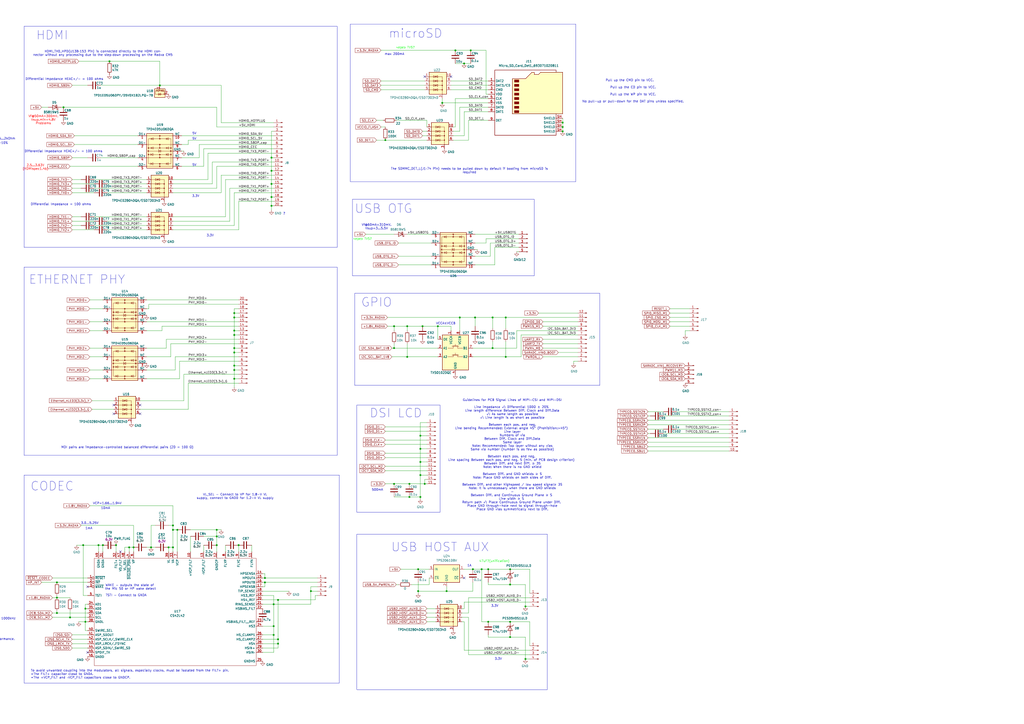
<source format=kicad_sch>
(kicad_sch (version 20231120) (generator "eeschema") (generator_version "8.0")
  (paper "A2")
  (junction (at 49.53 353.06))
  (junction (at 153.67 335.28))
  (junction (at 304.8 382.27))
  (junction (at 246.38 280.67))
  (junction (at 135.89 214.63))
  (junction (at 264.16 29.21))
  (junction (at 228.6 189.23))
  (junction (at 326.39 71.12))
  (junction (at 266.7 184.15))
  (junction (at 67.31 316.23))
  (junction (at 295.91 369.57))
  (junction (at 135.89 204.47))
  (junction (at 157.48 114.3))
  (junction (at 158.75 363.22))
  (junction (at 237.49 280.67))
  (junction (at 283.21 360.68))
  (junction (at 243.84 267.97))
  (junction (at 243.84 275.59))
  (junction (at 161.29 347.98))
  (junction (at 135.89 181.61))
  (junction (at 157.48 106.68))
  (junction (at 236.22 189.23))
  (junction (at 138.43 316.23))
  (junction (at 135.89 184.15))
  (junction (at 326.39 76.2))
  (junction (at 49.53 360.68))
  (junction (at 33.02 337.82))
  (junction (at 254 189.23))
  (junction (at 269.24 36.83))
  (junction (at 135.89 219.71))
  (junction (at 157.48 91.44))
  (junction (at 77.47 317.5))
  (junction (at 236.22 207.01))
  (junction (at 259.08 342.9))
  (junction (at 295.91 330.2))
  (junction (at 295.91 360.68))
  (junction (at 92.71 49.53))
  (junction (at 180.34 342.9))
  (junction (at 161.29 373.38))
  (junction (at 40.64 358.14))
  (junction (at 242.57 342.9))
  (junction (at 242.57 330.2))
  (junction (at 293.37 184.15))
  (junction (at 243.84 252.73))
  (junction (at 283.21 330.2))
  (junction (at 279.4 330.2))
  (junction (at 48.26 316.23))
  (junction (at 59.69 316.23))
  (junction (at 228.6 280.67))
  (junction (at 273.05 29.21))
  (junction (at 125.73 316.23))
  (junction (at 275.59 184.15))
  (junction (at 158.75 368.3))
  (junction (at 97.79 317.5))
  (junction (at 125.73 307.34))
  (junction (at 135.89 201.93))
  (junction (at 243.84 288.29))
  (junction (at 135.89 191.77))
  (junction (at 304.8 351.79))
  (junction (at 125.73 311.15))
  (junction (at 157.48 99.06))
  (junction (at 161.29 370.84))
  (junction (at 256.54 59.69))
  (junction (at 326.39 73.66))
  (junction (at 153.67 337.82))
  (junction (at 295.91 339.09))
  (junction (at 285.75 201.93))
  (junction (at 74.93 317.5))
  (junction (at 245.11 189.23))
  (junction (at 135.89 212.09))
  (junction (at 87.63 317.5))
  (junction (at 100.33 304.8))
  (junction (at 100.33 307.34))
  (junction (at 237.49 288.29))
  (junction (at 57.15 316.23))
  (junction (at 33.02 346.71))
  (junction (at 100.33 317.5))
  (junction (at 243.84 260.35))
  (junction (at 63.5 35.56))
  (junction (at 33.02 355.6))
  (junction (at 223.52 81.28))
  (junction (at 102.87 307.34))
  (junction (at 157.48 119.38))
  (junction (at 135.89 194.31))
  (junction (at 158.75 350.52))
  (junction (at 293.37 207.01))
  (junction (at 285.75 184.15))
  (junction (at 36.83 62.23))
  (junction (at 274.32 330.2))
  (junction (at 228.6 201.93))
  (no_connect (at 50.8 340.36))
  (no_connect (at 50.8 378.46))
  (no_connect (at 66.04 234.95))
  (no_connect (at 66.04 240.03))
  (no_connect (at 246.38 44.45))
  (no_connect (at 69.85 320.04))
  (no_connect (at 81.28 234.95))
  (no_connect (at 261.62 44.45))
  (no_connect (at 81.28 240.03))
  (no_connect (at 269.24 335.28))
  (wire (pts (xy 228.6 199.39) (xy 228.6 201.93)))
  (wire (pts (xy 43.18 83.82) (xy 80.01 83.82)))
  (wire (pts (xy 184.15 340.36) (xy 180.34 340.36)))
  (wire (pts (xy 152.4 373.38) (xy 161.29 373.38)))
  (wire (pts (xy 130.81 316.23) (xy 130.81 320.04)))
  (wire (pts (xy 274.32 207.01) (xy 293.37 207.01)))
  (wire (pts (xy 388.62 184.15) (xy 400.05 184.15)))
  (wire (pts (xy 158.75 345.44) (xy 158.75 350.52)))
  (wire (pts (xy 106.68 217.17) (xy 138.43 217.17)))
  (wire (pts (xy 304.8 351.79) (xy 307.34 351.79)))
  (wire (pts (xy 100.33 130.81) (xy 135.89 130.81)))
  (wire (pts (xy 102.87 307.34) (xy 102.87 320.04)))
  (wire (pts (xy 243.84 288.29) (xy 237.49 288.29)))
  (wire (pts (xy 54.61 130.81) (xy 85.09 130.81)))
  (wire (pts (xy 30.48 335.28) (xy 50.8 335.28)))
  (wire (pts (xy 52.07 186.69) (xy 59.69 186.69)))
  (wire (pts (xy 220.98 52.07) (xy 246.38 52.07)))
  (wire (pts (xy 242.57 337.82) (xy 242.57 342.9)))
  (wire (pts (xy 135.89 201.93) (xy 138.43 201.93)))
  (wire (pts (xy 293.37 198.12) (xy 293.37 207.01)))
  (wire (pts (xy 161.29 375.92) (xy 152.4 375.92)))
  (wire (pts (xy 248.92 339.09) (xy 248.92 335.28)))
  (wire (pts (xy 377.19 251.46) (xy 375.92 251.46)))
  (wire (pts (xy 271.78 355.6) (xy 271.78 346.71)))
  (wire (pts (xy 269.24 349.25) (xy 307.34 349.25)))
  (wire (pts (xy 254 189.23) (xy 261.62 189.23)))
  (wire (pts (xy 97.79 320.04) (xy 97.79 317.5)))
  (wire (pts (xy 50.8 365.76) (xy 49.53 365.76)))
  (wire (pts (xy 49.53 350.52) (xy 49.53 353.06)))
  (wire (pts (xy 242.57 342.9) (xy 259.08 342.9)))
  (wire (pts (xy 74.93 317.5) (xy 74.93 320.04)))
  (wire (pts (xy 307.34 330.2) (xy 307.34 344.17)))
  (wire (pts (xy 307.34 377.19) (xy 269.24 377.19)))
  (wire (pts (xy 375.92 243.84) (xy 422.91 243.84)))
  (wire (pts (xy 33.02 355.6) (xy 50.8 355.6)))
  (wire (pts (xy 100.33 125.73) (xy 130.81 125.73)))
  (wire (pts (xy 228.6 280.67) (xy 237.49 280.67)))
  (wire (pts (xy 180.34 342.9) (xy 184.15 342.9)))
  (wire (pts (xy 267.97 355.6) (xy 271.78 355.6)))
  (wire (pts (xy 101.6 207.01) (xy 101.6 214.63)))
  (wire (pts (xy 236.22 135.89) (xy 250.19 135.89)))
  (wire (pts (xy 283.21 337.82) (xy 283.21 339.09)))
  (wire (pts (xy 227.33 201.93) (xy 228.6 201.93)))
  (wire (pts (xy 101.6 207.01) (xy 138.43 207.01)))
  (wire (pts (xy 41.91 368.3) (xy 50.8 368.3)))
  (wire (pts (xy 304.8 369.57) (xy 304.8 382.27)))
  (wire (pts (xy 138.43 179.07) (xy 135.89 179.07)))
  (wire (pts (xy 62.23 133.35) (xy 85.09 133.35)))
  (wire (pts (xy 157.48 91.44) (xy 158.75 91.44)))
  (wire (pts (xy 157.48 106.68) (xy 157.48 114.3)))
  (wire (pts (xy 41.91 106.68) (xy 54.61 106.68)))
  (wire (pts (xy 247.65 360.68) (xy 252.73 360.68)))
  (wire (pts (xy 135.89 214.63) (xy 138.43 214.63)))
  (wire (pts (xy 266.7 76.2) (xy 266.7 62.23)))
  (wire (pts (xy 85.09 186.69) (xy 138.43 186.69)))
  (wire (pts (xy 299.72 201.93) (xy 285.75 201.93)))
  (wire (pts (xy 36.83 62.23) (xy 125.73 62.23)))
  (wire (pts (xy 247.65 69.85) (xy 247.65 73.66)))
  (wire (pts (xy 50.8 345.44) (xy 48.26 345.44)))
  (wire (pts (xy 223.52 250.19) (xy 247.65 250.19)))
  (wire (pts (xy 135.89 219.71) (xy 138.43 219.71)))
  (wire (pts (xy 281.94 140.97) (xy 281.94 138.43)))
  (wire (pts (xy 135.89 184.15) (xy 135.89 191.77)))
  (wire (pts (xy 243.84 252.73) (xy 247.65 252.73)))
  (wire (pts (xy 384.81 241.3) (xy 422.91 241.3)))
  (wire (pts (xy 293.37 184.15) (xy 293.37 190.5)))
  (wire (pts (xy 45.72 35.56) (xy 63.5 35.56)))
  (wire (pts (xy 273.05 29.21) (xy 281.94 29.21)))
  (wire (pts (xy 157.48 99.06) (xy 158.75 99.06)))
  (wire (pts (xy 43.18 78.74) (xy 80.01 78.74)))
  (wire (pts (xy 250.19 148.59) (xy 231.14 148.59)))
  (wire (pts (xy 275.59 148.59) (xy 284.48 148.59)))
  (wire (pts (xy 247.65 355.6) (xy 252.73 355.6)))
  (wire (pts (xy 33.02 337.82) (xy 50.8 337.82)))
  (wire (pts (xy 274.32 342.9) (xy 259.08 342.9)))
  (wire (pts (xy 314.96 199.39) (xy 335.28 199.39)))
  (wire (pts (xy 295.91 360.68) (xy 307.34 360.68)))
  (wire (pts (xy 105.41 83.82) (xy 109.22 83.82)))
  (wire (pts (xy 135.89 212.09) (xy 138.43 212.09)))
  (wire (pts (xy 49.53 353.06) (xy 49.53 360.68)))
  (wire (pts (xy 41.91 49.53) (xy 50.8 49.53)))
  (wire (pts (xy 246.38 280.67) (xy 237.49 280.67)))
  (wire (pts (xy 93.98 189.23) (xy 93.98 191.77)))
  (wire (pts (xy 375.92 256.54) (xy 422.91 256.54)))
  (wire (pts (xy 62.23 128.27) (xy 85.09 128.27)))
  (wire (pts (xy 161.29 347.98) (xy 182.88 347.98)))
  (wire (pts (xy 106.68 87.63) (xy 105.41 87.63)))
  (wire (pts (xy 152.4 350.52) (xy 158.75 350.52)))
  (wire (pts (xy 302.26 207.01) (xy 293.37 207.01)))
  (wire (pts (xy 86.36 179.07) (xy 86.36 176.53)))
  (wire (pts (xy 130.81 104.14) (xy 130.81 125.73)))
  (wire (pts (xy 261.62 46.99) (xy 283.21 46.99)))
  (wire (pts (xy 227.33 207.01) (xy 236.22 207.01)))
  (wire (pts (xy 152.4 332.74) (xy 153.67 332.74)))
  (wire (pts (xy 223.52 265.43) (xy 247.65 265.43)))
  (wire (pts (xy 100.33 128.27) (xy 133.35 128.27)))
  (wire (pts (xy 85.09 191.77) (xy 93.98 191.77)))
  (wire (pts (xy 264.16 36.83) (xy 269.24 36.83)))
  (wire (pts (xy 281.94 29.21) (xy 281.94 54.61)))
  (wire (pts (xy 158.75 76.2) (xy 157.48 76.2)))
  (wire (pts (xy 279.4 330.2) (xy 279.4 360.68)))
  (wire (pts (xy 271.78 358.14) (xy 271.78 379.73)))
  (wire (pts (xy 269.24 36.83) (xy 273.05 36.83)))
  (wire (pts (xy 62.23 106.68) (xy 85.09 106.68)))
  (wire (pts (xy 158.75 368.3) (xy 158.75 363.22)))
  (wire (pts (xy 41.91 128.27) (xy 54.61 128.27)))
  (wire (pts (xy 218.44 81.28) (xy 223.52 81.28)))
  (wire (pts (xy 269.24 360.68) (xy 269.24 377.19)))
  (wire (pts (xy 52.07 207.01) (xy 59.69 207.01)))
  (wire (pts (xy 40.64 346.71) (xy 33.02 346.71)))
  (wire (pts (xy 35.56 62.23) (xy 36.83 62.23)))
  (wire (pts (xy 228.6 288.29) (xy 237.49 288.29)))
  (wire (pts (xy 275.59 135.89) (xy 300.99 135.89)))
  (wire (pts (xy 323.85 204.47) (xy 335.28 204.47)))
  (wire (pts (xy 242.57 330.2) (xy 248.92 330.2)))
  (wire (pts (xy 245.11 189.23) (xy 254 189.23)))
  (wire (pts (xy 261.62 52.07) (xy 283.21 52.07)))
  (wire (pts (xy 50.8 350.52) (xy 49.53 350.52)))
  (wire (pts (xy 135.89 194.31) (xy 135.89 201.93)))
  (wire (pts (xy 41.91 125.73) (xy 46.99 125.73)))
  (wire (pts (xy 118.11 86.36) (xy 158.75 86.36)))
  (wire (pts (xy 326.39 73.66) (xy 326.39 76.2)))
  (wire (pts (xy 220.98 49.53) (xy 246.38 49.53)))
  (wire (pts (xy 52.07 219.71) (xy 59.69 219.71)))
  (wire (pts (xy 246.38 278.13) (xy 246.38 280.67)))
  (wire (pts (xy 30.48 346.71) (xy 33.02 346.71)))
  (wire (pts (xy 236.22 207.01) (xy 254 207.01)))
  (wire (pts (xy 264.16 73.66) (xy 262.89 73.66)))
  (wire (pts (xy 100.33 111.76) (xy 128.27 111.76)))
  (wire (pts (xy 41.91 109.22) (xy 46.99 109.22)))
  (wire (pts (xy 118.11 316.23) (xy 118.11 320.04)))
  (wire (pts (xy 123.19 93.98) (xy 123.19 106.68)))
  (wire (pts (xy 24.13 337.82) (xy 33.02 337.82)))
  (wire (pts (xy 135.89 212.09) (xy 135.89 214.63)))
  (wire (pts (xy 125.73 307.34) (xy 125.73 311.15)))
  (wire (pts (xy 262.89 76.2) (xy 266.7 76.2)))
  (wire (pts (xy 92.71 49.53) (xy 92.71 35.56)))
  (wire (pts (xy 236.22 189.23) (xy 245.11 189.23)))
  (wire (pts (xy 100.33 304.8) (xy 100.33 307.34)))
  (wire (pts (xy 87.63 304.8) (xy 87.63 317.5)))
  (wire (pts (xy 157.48 119.38) (xy 157.48 121.92)))
  (wire (pts (xy 232.41 330.2) (xy 242.57 330.2)))
  (wire (pts (xy 125.73 316.23) (xy 125.73 320.04)))
  (wire (pts (xy 146.05 316.23) (xy 146.05 320.04)))
  (wire (pts (xy 52.07 201.93) (xy 59.69 201.93)))
  (wire (pts (xy 299.72 191.77) (xy 299.72 201.93)))
  (wire (pts (xy 128.27 71.12) (xy 128.27 49.53)))
  (wire (pts (xy 100.33 106.68) (xy 123.19 106.68)))
  (wire (pts (xy 224.79 184.15) (xy 266.7 184.15)))
  (wire (pts (xy 105.41 78.74) (xy 158.75 78.74)))
  (wire (pts (xy 245.11 76.2) (xy 247.65 76.2)))
  (wire (pts (xy 264.16 57.15) (xy 283.21 57.15)))
  (wire (pts (xy 285.75 184.15) (xy 285.75 190.5)))
  (wire (pts (xy 33.02 345.44) (xy 33.02 346.71)))
  (wire (pts (xy 231.14 339.09) (xy 229.87 339.09)))
  (wire (pts (xy 100.33 307.34) (xy 102.87 307.34)))
  (wire (pts (xy 135.89 191.77) (xy 135.89 194.31)))
  (wire (pts (xy 99.06 199.39) (xy 99.06 207.01)))
  (wire (pts (xy 87.63 317.5) (xy 85.09 317.5)))
  (wire (pts (xy 275.59 140.97) (xy 281.94 140.97)))
  (wire (pts (xy 96.52 196.85) (xy 96.52 201.93)))
  (wire (pts (xy 118.11 96.52) (xy 118.11 86.36)))
  (wire (pts (xy 157.48 91.44) (xy 157.48 99.06)))
  (wire (pts (xy 283.21 368.3) (xy 283.21 369.57)))
  (wire (pts (xy 157.48 114.3) (xy 157.48 119.38)))
  (wire (pts (xy 41.91 375.92) (xy 50.8 375.92)))
  (wire (pts (xy 58.42 49.53) (xy 92.71 49.53)))
  (wire (pts (xy 100.33 109.22) (xy 125.73 109.22)))
  (wire (pts (xy 384.81 238.76) (xy 375.92 238.76)))
  (wire (pts (xy 157.48 76.2) (xy 157.48 91.44)))
  (wire (pts (xy 250.19 140.97) (xy 231.14 140.97)))
  (wire (pts (xy 40.64 354.33) (xy 40.64 358.14)))
  (wire (pts (xy 125.73 62.23) (xy 125.73 73.66)))
  (wire (pts (xy 30.48 355.6) (xy 33.02 355.6)))
  (wire (pts (xy 284.48 148.59) (xy 284.48 140.97)))
  (wire (pts (xy 158.75 350.52) (xy 158.75 363.22)))
  (wire (pts (xy 285.75 184.15) (xy 293.37 184.15)))
  (wire (pts (xy 41.91 130.81) (xy 46.99 130.81)))
  (wire (pts (xy 271.78 69.85) (xy 283.21 69.85)))
  (wire (pts (xy 271.78 81.28) (xy 271.78 69.85)))
  (wire (pts (xy 388.62 179.07) (xy 400.05 179.07)))
  (wire (pts (xy 275.59 153.67) (xy 287.02 153.67)))
  (wire (pts (xy 152.4 370.84) (xy 161.29 370.84)))
  (wire (pts (xy 100.33 320.04) (xy 100.33 317.5)))
  (wire (pts (xy 375.92 246.38) (xy 422.91 246.38)))
  (wire (pts (xy 153.67 335.28) (xy 184.15 335.28)))
  (wire (pts (xy 224.79 189.23) (xy 228.6 189.23)))
  (wire (pts (xy 259.08 342.9) (xy 259.08 340.36)))
  (wire (pts (xy 106.68 217.17) (xy 106.68 232.41)))
  (wire (pts (xy 223.52 247.65) (xy 247.65 247.65)))
  (wire (pts (xy 40.64 358.14) (xy 50.8 358.14)))
  (wire (pts (xy 157.48 119.38) (xy 158.75 119.38)))
  (wire (pts (xy 135.89 219.71) (xy 135.89 224.79)))
  (wire (pts (xy 269.24 330.2) (xy 274.32 330.2)))
  (wire (pts (xy 77.47 304.8) (xy 77.47 317.5)))
  (wire (pts (xy 269.24 349.25) (xy 269.24 353.06)))
  (wire (pts (xy 100.33 104.14) (xy 120.65 104.14)))
  (wire (pts (xy 397.51 191.77) (xy 400.05 191.77)))
  (wire (pts (xy 46.99 304.8) (xy 77.47 304.8)))
  (wire (pts (xy 287.02 143.51) (xy 300.99 143.51)))
  (wire (pts (xy 49.53 360.68) (xy 50.8 360.68)))
  (wire (pts (xy 49.53 353.06) (xy 50.8 353.06)))
  (wire (pts (xy 283.21 360.68) (xy 295.91 360.68)))
  (wire (pts (xy 109.22 81.28) (xy 158.75 81.28)))
  (wire (pts (xy 158.75 96.52) (xy 125.73 96.52)))
  (wire (pts (xy 388.62 181.61) (xy 400.05 181.61)))
  (wire (pts (xy 299.72 146.05) (xy 300.99 146.05)))
  (wire (pts (xy 158.75 88.9) (xy 120.65 88.9)))
  (wire (pts (xy 220.98 29.21) (xy 264.16 29.21)))
  (wire (pts (xy 375.92 261.62) (xy 422.91 261.62)))
  (wire (pts (xy 247.65 353.06) (xy 252.73 353.06)))
  (wire (pts (xy 283.21 330.2) (xy 295.91 330.2)))
  (wire (pts (xy 223.52 255.27) (xy 247.65 255.27)))
  (wire (pts (xy 293.37 184.15) (xy 335.28 184.15)))
  (wire (pts (xy 243.84 267.97) (xy 243.84 275.59)))
  (wire (pts (xy 54.61 109.22) (xy 85.09 109.22)))
  (wire (pts (xy 53.34 237.49) (xy 66.04 237.49)))
  (wire (pts (xy 74.93 317.5) (xy 77.47 317.5)))
  (wire (pts (xy 158.75 116.84) (xy 138.43 116.84)))
  (wire (pts (xy 261.62 189.23) (xy 261.62 191.77)))
  (wire (pts (xy 135.89 201.93) (xy 135.89 204.47)))
  (wire (pts (xy 180.34 340.36) (xy 180.34 342.9)))
  (wire (pts (xy 158.75 109.22) (xy 133.35 109.22)))
  (wire (pts (xy 256.54 59.69) (xy 283.21 59.69)))
  (wire (pts (xy 125.73 311.15) (xy 125.73 316.23)))
  (wire (pts (xy 158.75 93.98) (xy 123.19 93.98)))
  (wire (pts (xy 138.43 196.85) (xy 96.52 196.85)))
  (wire (pts (xy 274.32 337.82) (xy 274.32 342.9)))
  (wire (pts (xy 243.84 245.11) (xy 247.65 245.11)))
  (wire (pts (xy 284.48 140.97) (xy 300.99 140.97)))
  (wire (pts (xy 120.65 88.9) (xy 120.65 104.14)))
  (wire (pts (xy 332.74 209.55) (xy 332.74 210.82)))
  (wire (pts (xy 41.91 373.38) (xy 50.8 373.38)))
  (wire (pts (xy 52.07 179.07) (xy 59.69 179.07)))
  (wire (pts (xy 228.6 189.23) (xy 236.22 189.23)))
  (wire (pts (xy 85.09 173.99) (xy 138.43 173.99)))
  (wire (pts (xy 375.92 259.08) (xy 422.91 259.08)))
  (wire (pts (xy 152.4 368.3) (xy 158.75 368.3)))
  (wire (pts (xy 397.51 194.31) (xy 397.51 191.77)))
  (wire (pts (xy 109.22 222.25) (xy 138.43 222.25)))
  (wire (pts (xy 115.57 91.44) (xy 115.57 83.82)))
  (wire (pts (xy 125.73 96.52) (xy 125.73 109.22)))
  (wire (pts (xy 295.91 369.57) (xy 295.91 368.3)))
  (wire (pts (xy 275.59 184.15) (xy 275.59 189.23)))
  (wire (pts (xy 307.34 360.68) (xy 307.34 374.65)))
  (wire (pts (xy 335.28 209.55) (xy 332.74 209.55)))
  (wire (pts (xy 128.27 49.53) (xy 92.71 49.53)))
  (wire (pts (xy 100.33 133.35) (xy 138.43 133.35)))
  (wire (pts (xy 125.73 73.66) (xy 158.75 73.66)))
  (wire (pts (xy 41.91 91.44) (xy 50.8 91.44)))
  (wire (pts (xy 152.4 347.98) (xy 161.29 347.98)))
  (wire (pts (xy 220.98 46.99) (xy 246.38 46.99)))
  (wire (pts (xy 267.97 358.14) (xy 271.78 358.14)))
  (wire (pts (xy 161.29 347.98) (xy 161.29 370.84)))
  (wire (pts (xy 157.48 106.68) (xy 158.75 106.68)))
  (wire (pts (xy 161.29 373.38) (xy 161.29 375.92)))
  (wire (pts (xy 72.39 317.5) (xy 74.93 317.5)))
  (wire (pts (xy 304.8 382.27) (xy 307.34 382.27)))
  (wire (pts (xy 269.24 78.74) (xy 269.24 64.77)))
  (wire (pts (xy 77.47 317.5) (xy 77.47 320.04)))
  (wire (pts (xy 262.89 81.28) (xy 271.78 81.28)))
  (wire (pts (xy 243.84 289.56) (xy 243.84 288.29)))
  (wire (pts (xy 58.42 91.44) (xy 80.01 91.44)))
  (wire (pts (xy 335.28 194.31) (xy 302.26 194.31)))
  (wire (pts (xy 388.62 189.23) (xy 400.05 189.23)))
  (wire (pts (xy 392.43 248.92) (xy 422.91 248.92)))
  (wire (pts (xy 314.96 196.85) (xy 335.28 196.85)))
  (wire (pts (xy 100.33 293.37) (xy 100.33 304.8)))
  (wire (pts (xy 49.53 365.76) (xy 49.53 360.68)))
  (wire (pts (xy 44.45 316.23) (xy 48.26 316.23)))
  (wire (pts (xy 285.75 198.12) (xy 285.75 201.93)))
  (wire (pts (xy 295.91 339.09) (xy 295.91 337.82)))
  (wire (pts (xy 281.94 138.43) (xy 300.99 138.43)))
  (wire (pts (xy 242.57 344.17) (xy 242.57 342.9)))
  (wire (pts (xy 152.4 378.46) (xy 158.75 378.46)))
  (wire (pts (xy 266.7 184.15) (xy 275.59 184.15)))
  (wire (pts (xy 135.89 179.07) (xy 135.89 181.61)))
  (wire (pts (xy 243.84 245.11) (xy 243.84 252.73)))
  (wire (pts (xy 264.16 57.15) (xy 264.16 73.66)))
  (wire (pts (xy 53.34 232.41) (xy 66.04 232.41)))
  (wire (pts (xy 138.43 189.23) (xy 93.98 189.23)))
  (wire (pts (xy 153.67 335.28) (xy 153.67 332.74)))
  (wire (pts (xy 271.78 379.73) (xy 307.34 379.73)))
  (wire (pts (xy 85.09 214.63) (xy 101.6 214.63)))
  (wire (pts (xy 243.84 275.59) (xy 247.65 275.59)))
  (wire (pts (xy 48.26 316.23) (xy 57.15 316.23)))
  (wire (pts (xy 223.52 262.89) (xy 247.65 262.89)))
  (wire (pts (xy 262.89 78.74) (xy 269.24 78.74)))
  (wire (pts (xy 223.52 280.67) (xy 228.6 280.67)))
  (wire (pts (xy 153.67 340.36) (xy 152.4 340.36)))
  (wire (pts (xy 128.27 71.12) (xy 158.75 71.12)))
  (wire (pts (xy 256.54 57.15) (xy 256.54 59.69)))
  (wire (pts (xy 135.89 214.63) (xy 135.89 219.71)))
  (wire (pts (xy 295.91 369.57) (xy 304.8 369.57)))
  (wire (pts (xy 62.23 111.76) (xy 85.09 111.76)))
  (wire (pts (xy 269.24 360.68) (xy 267.97 360.68)))
  (wire (pts (xy 161.29 370.84) (xy 161.29 373.38)))
  (wire (pts (xy 138.43 199.39) (xy 99.06 199.39)))
  (wire (pts (xy 287.02 143.51) (xy 287.02 153.67)))
  (wire (pts (xy 52.07 173.99) (xy 59.69 173.99)))
  (wire (pts (xy 45.72 360.68) (xy 49.53 360.68)))
  (wire (pts (xy 72.39 320.04) (xy 72.39 317.5)))
  (wire (pts (xy 326.39 68.58) (xy 326.39 71.12)))
  (wire (pts (xy 152.4 342.9) (xy 167.64 342.9)))
  (wire (pts (xy 285.75 201.93) (xy 274.32 201.93)))
  (wire (pts (xy 153.67 337.82) (xy 153.67 340.36)))
  (wire (pts (xy 228.6 201.93) (xy 254 201.93)))
  (wire (pts (xy 57.15 316.23) (xy 57.15 320.04)))
  (wire (pts (xy 218.44 69.85) (xy 222.25 69.85)))
  (wire (pts (xy 266.7 184.15) (xy 266.7 191.77)))
  (wire (pts (xy 30.48 358.14) (xy 40.64 358.14)))
  (wire (pts (xy 135.89 111.76) (xy 135.89 130.81)))
  (wire (pts (xy 100.33 304.8) (xy 97.79 304.8)))
  (wire (pts (xy 133.35 109.22) (xy 133.35 128.27)))
  (wire (pts (xy 33.02 354.33) (xy 33.02 355.6)))
  (wire (pts (xy 81.28 232.41) (xy 106.68 232.41)))
  (wire (pts (xy 40.64 96.52) (xy 80.01 96.52)))
  (wire (pts (xy 236.22 199.39) (xy 236.22 207.01)))
  (wire (pts (xy 267.97 353.06) (xy 269.24 353.06)))
  (wire (pts (xy 135.89 191.77) (xy 138.43 191.77)))
  (wire (pts (xy 54.61 104.14) (xy 85.09 104.14)))
  (wire (pts (xy 312.42 181.61) (xy 335.28 181.61)))
  (wire (pts (xy 295.91 330.2) (xy 307.34 330.2)))
  (wire (pts (xy 223.52 73.66) (xy 220.98 73.66)))
  (wire (pts (xy 243.84 252.73) (xy 243.84 260.35)))
  (wire (pts (xy 109.22 83.82) (xy 109.22 81.28)))
  (wire (pts (xy 90.17 317.5) (xy 87.63 317.5)))
  (wire (pts (xy 135.89 194.31) (xy 138.43 194.31)))
  (wire (pts (xy 109.22 222.25) (xy 109.22 237.49)))
  (wire (pts (xy 243.84 267.97) (xy 247.65 267.97)))
  (wire (pts (xy 279.4 330.2) (xy 283.21 330.2)))
  (wire (pts (xy 158.75 104.14) (xy 130.81 104.14)))
  (wire (pts (xy 52.07 293.37) (xy 100.33 293.37)))
  (wire (pts (xy 41.91 104.14) (xy 46.99 104.14)))
  (wire (pts (xy 52.07 191.77) (xy 59.69 191.77)))
  (wire (pts (xy 128.27 101.6) (xy 128.27 111.76)))
  (wire (pts (xy 97.79 317.5) (xy 100.33 317.5)))
  (wire (pts (xy 377.19 241.3) (xy 375.92 241.3)))
  (wire (pts (xy 153.67 337.82) (xy 184.15 337.82)))
  (wire (pts (xy 135.89 181.61) (xy 138.43 181.61)))
  (wire (pts (xy 158.75 111.76) (xy 135.89 111.76)))
  (wire (pts (xy 54.61 125.73) (xy 85.09 125.73)))
  (wire (pts (xy 274.32 330.2) (xy 279.4 330.2)))
  (wire (pts (xy 180.34 342.9) (xy 180.34 350.52)))
  (wire (pts (xy 138.43 116.84) (xy 138.43 133.35)))
  (wire (pts (xy 250.19 153.67) (xy 231.14 153.67)))
  (wire (pts (xy 243.84 275.59) (xy 243.84 288.29)))
  (wire (pts (xy 276.86 144.78) (xy 275.59 144.78)))
  (wire (pts (xy 275.59 184.15) (xy 285.75 184.15)))
  (wire (pts (xy 247.65 358.14) (xy 252.73 358.14)))
  (wire (pts (xy 85.09 219.71) (xy 104.14 219.71)))
  (wire (pts (xy 152.4 337.82) (xy 153.67 337.82)))
  (wire (pts (xy 100.33 307.34) (xy 100.33 317.5)))
  (wire (pts (xy 283.21 339.09) (xy 295.91 339.09)))
  (wire (pts (xy 52.07 214.63) (xy 59.69 214.63)))
  (wire (pts (xy 279.4 360.68) (xy 283.21 360.68)))
  (wire (pts (xy 48.26 345.44) (xy 48.26 316.23)))
  (wire (pts (xy 335.28 191.77) (xy 299.72 191.77)))
  (wire (pts (xy 135.89 181.61) (xy 135.89 184.15)))
  (wire (pts (xy 153.67 335.28) (xy 152.4 335.28)))
  (wire (pts (xy 41.91 370.84) (xy 50.8 370.84)))
  (wire (pts (xy 223.52 81.28) (xy 247.65 81.28)))
  (wire (pts (xy 302.26 194.31) (xy 302.26 207.01)))
  (wire (pts (xy 229.87 69.85) (xy 247.65 69.85)))
  (wire (pts (xy 63.5 35.56) (xy 92.71 35.56)))
  (wire (pts (xy 392.43 238.76) (xy 422.91 238.76)))
  (wire (pts (xy 158.75 101.6) (xy 128.27 101.6)))
  (wire (pts (xy 86.36 176.53) (xy 138.43 176.53)))
  (wire (pts (xy 115.57 83.82) (xy 158.75 83.82)))
  (wire (pts (xy 261.62 49.53) (xy 283.21 49.53)))
  (wire (pts (xy 125.73 307.34) (xy 128.27 307.34)))
  (wire (pts (xy 304.8 339.09) (xy 304.8 351.79)))
  (wire (pts (xy 85.09 207.01) (xy 99.06 207.01)))
  (wire (pts (xy 223.52 270.51) (xy 247.65 270.51)))
  (wire (pts (xy 388.62 186.69) (xy 400.05 186.69)))
  (wire (pts (xy 90.17 304.8) (xy 87.63 304.8)))
  (wire (pts (xy 41.91 133.35) (xy 54.61 133.35)))
  (wire (pts (xy 118.11 311.15) (xy 125.73 311.15)))
  (wire (pts (xy 105.41 91.44) (xy 115.57 91.44)))
  (wire (pts (xy 314.96 189.23) (xy 335.28 189.23)))
  (wire (pts (xy 283.21 369.57) (xy 295.91 369.57)))
  (wire (pts (xy 243.84 260.35) (xy 243.84 267.97)))
  (wire (pts (xy 110.49 311.15) (xy 110.49 320.04)))
  (wire (pts (xy 105.41 96.52) (xy 118.11 96.52)))
  (wire (pts (xy 158.75 378.46) (xy 158.75 368.3)))
  (wire (pts (xy 157.48 99.06) (xy 157.48 106.68)))
  (wire (pts (xy 85.09 179.07) (xy 86.36 179.07)))
  (wire (pts (xy 135.89 204.47) (xy 135.89 212.09)))
  (wire (pts (xy 295.91 339.09) (xy 304.8 339.09)))
  (wire (pts (xy 67.31 316.23) (xy 67.31 320.04)))
  (wire (pts (xy 384.81 251.46) (xy 422.91 251.46)))
  (wire (pts (xy 238.76 339.09) (xy 248.92 339.09)))
  (wire (pts (xy 375.92 248.92) (xy 384.81 248.92)))
  (wire (pts (xy 182.88 345.44) (xy 184.15 345.44)))
  (wire (pts (xy 266.7 62.23) (xy 283.21 62.23)))
  (wire (pts (xy 138.43 209.55) (xy 104.14 209.55)))
  (wire (pts (xy 236.22 189.23) (xy 236.22 191.77)))
  (wire (pts (xy 243.84 260.35) (xy 247.65 260.35)))
  (wire (pts (xy 314.96 201.93) (xy 335.28 201.93)))
  (wire (pts (xy 314.96 186.69) (xy 335.28 186.69)))
  (wire (pts (xy 135.89 184.15) (xy 138.43 184.15)))
  (wire (pts (xy 152.4 363.22) (xy 158.75 363.22)))
  (wire (pts (xy 223.52 273.05) (xy 247.65 273.05)))
  (wire (pts (xy 135.89 204.47) (xy 138.43 204.47)))
  (wire (pts (xy 326.39 71.12) (xy 326.39 73.66)))
  (wire (pts (xy 85.09 201.93) (xy 96.52 201.93)))
  (wire (pts (xy 254 189.23) (xy 254 196.85)))
  (wire (pts (xy 81.28 237.49) (xy 109.22 237.49)))
  (wire (pts (xy 158.75 350.52) (xy 180.34 350.52)))
  (wire (pts (xy 59.69 316.23) (xy 59.69 320.04)))
  (wire (pts (xy 375.92 254) (xy 422.91 254)))
  (wire (pts (xy 212.09 135.89) (xy 228.6 135.89)))
  (wire (pts (xy 314.96 207.01) (xy 335.28 207.01)))
  (wire (pts (xy 223.52 257.81) (xy 247.65 257.81)))
  (wire (pts (xy 110.49 307.34) (xy 125.73 307.34)))
  (wire (pts (xy 24.13 62.23) (xy 27.94 62.23)))
  (wire (pts (xy 104.14 209.55) (xy 104.14 219.71)))
  (wire (pts (xy 157.48 114.3) (xy 158.75 114.3)))
  (wire (pts (xy 41.91 111.76) (xy 54.61 111.76)))
  (wire (pts (xy 245.11 78.74) (xy 247.65 78.74)))
  (wire (pts (xy 283.21 54.61) (xy 281.94 54.61)))
  (wire (pts (xy 138.43 316.23) (xy 138.43 320.04)))
  (wire (pts (xy 264.16 29.21) (xy 273.05 29.21)))
  (wire (pts (xy 247.65 278.13) (xy 246.38 278.13)))
  (wire (pts (xy 228.6 189.23) (xy 228.6 191.77)))
  (wire (pts (xy 152.4 345.44) (xy 158.75 345.44)))
  (wire (pts (xy 269.24 64.77) (xy 283.21 64.77)))
  (wire (pts (xy 57.15 316.23) (xy 59.69 316.23)))
  (wire (pts (xy 246.38 280.67) (xy 247.65 280.67)))
  (wire (pts (xy 182.88 347.98) (xy 182.88 345.44)))
  (wire (pts (xy 271.78 346.71) (xy 307.34 346.71)))
  (rectangle (start 13.97 15.24) (end 195.58 143.51))
  (rectangle (start 205.74 170.18) (end 347.98 223.52))
  (rectangle (start 203.2 13.97) (end 334.01 105.41))
  (rectangle (start 207.01 234.95) (end 255.27 297.18))
  (rectangle (start 13.97 275.59) (end 196.85 396.24))
  (rectangle (start 207.01 309.88) (end 317.5 400.05))
  (rectangle (start 204.47 115.57) (end 309.88 160.02))
  (rectangle (start 13.97 154.94) (end 195.58 264.16))
  (text "Source Pull-up resistors for SCL and SDA signals = 1.5...2kOhm" (at -23.114 80.518 0) (effects (font (size 1.27 1.27))))
  (text "3.3V" (at 121.92 136.652 0) (effects (font (size 1.27 1.27))))
  (text "USB HOST AUX" (at 255.27 317.5 0) (effects (font (size 5.08 5.08))))
  (text "?" (at 164.846 123.952 0) (effects (font (size 1.27 1.27))))
  (text "Vf@50mA=300mV.\nVsup.min=4.8V\nProblems" (at 25.146 69.596 0) (effects (font (size 1.27 1.27))))
  (text "Sink Pull-up resistors for SCL signal = 47k ohms, +/-10%" (at -25.146 83.058 0) (effects (font (size 1.27 1.27))))
  (text "CODEC" (at 30.226 282.194 0) (effects (font (size 5.08 5.08))))
  (text "TSTI - Connect to GNDA" (at 73.152 345.44 0) (effects (font (size 1.27 1.27))))
  (text "MDI pairs are impedance-controlled balanced differential pairs (Z0 = 100 Ω)" (at 73.914 259.588 0) (effects (font (size 1.27 1.27))))
  (text "3.3V" (at 289.052 382.27 0) (effects (font (size 1.27 1.27))))
  (text "Hot Plug Detect Signal (HPD)\nHigh voltage level (Source) = 2...5.3V" (at -23.368 33.782 0) (effects (font (size 1.27 1.27))))
  (text "1mA" (at 51.562 306.578 0) (effects (font (size 1.27 1.27))))
  (text "VL_SEL - Connect to VP for 1.8-V VL\nsupply, connect to GNDD for 1.2-V VL supply" (at 136.398 288.036 0) (effects (font (size 1.27 1.27))))
  (text "SCL clock frequency (MAX) = 1000kHz" (at -9.906 358.902 0) (effects (font (size 1.27 1.27))))
  (text "5V" (at 112.776 95.758 0) (effects (font (size 1.27 1.27))))
  (text "ETHERNET PHY" (at 44.704 162.306 0) (effects (font (size 5.08 5.08))))
  (text "VCCA≤VCCB" (at 258.572 187.706 0) (effects (font (size 1.27 1.27))))
  (text "For adjacent signal pairs and shield traces make distance d ≥ 3 s" (at 62.484 -11.684 0) (effects (font (size 1.27 1.27))))
  (text "через TVS?" (at 235.204 27.686 0) (effects (font (size 1.27 1.27))))
  (text "500mA" (at 218.948 284.226 0) (effects (font (size 1.27 1.27))))
  (text "HDMI" (at 30.226 20.574 0) (effects (font (size 5.08 5.08))))
  (text "10mA" (at 61.214 294.894 0) (effects (font (size 1.27 1.27))))
  (text "USB OTG" (at 222.504 121.158 0) (effects (font (size 5.08 5.08))))
  (text "47uF?(unification)" (at 286.766 325.628 0) (effects (font (size 1.27 1.27))))
  (text "через TVS?" (at 210.312 138.684 0) (effects (font (size 1.27 1.27))))
  (text "To avoid unwanted coupling into the modulators, all signals, especially clocks, must be isolated from the FILT+ pin.\n•The FILT+ capacitor close to GNDA.\n•The +VCP_FILT and –VCP_FILT capacitors close to GNDCP." (at 17.78 391.16 0) (effects (font (size 1.27 1.27)) (justify left)))
  (text "3.3V" (at 113.538 113.792 0) (effects (font (size 1.27 1.27))))
  (text "GPIO" (at 218.44 175.514 0) (effects (font (size 5.08 5.08))))
  (text "Differential Impedance HEAC+/- = 100 ohms" (at 37.338 45.974 0) (effects (font (size 1.27 1.27))))
  (text "max 200mA" (at 228.854 31.496 0) (effects (font (size 1.27 1.27))))
  (text "The SDMMC_DET_L(J1‑74 Pin) needs to be pulled down by default if booting from microSD is\nrequired" (at 272.288 99.06 0) (effects (font (size 1.27 1.27))))
  (text "microSD" (at 241.046 19.558 0) (effects (font (size 5.08 5.08))))
  (text "anti-pad diameter for vias on any high-speed signal are as large as possible (30 mils provides\nsignificant benefits without imposing undue implementation hardship). The copper clearance, indicated by\nthis anti-pad, must be met on all layers where the via exists, including both routing layer and plane layers.\nThe traces connecting to the via barrel contain the only copper allowed in this area; non-functional or\nunconnected via pads are not permitted." (at 220.472 -28.956 0) (effects (font (size 1.27 1.27))))
  (text "WAKE - outputs the state of \nthe Mic S0 or HP wake detect" (at 75.692 340.614 0) (effects (font (size 1.27 1.27))))
  (text "3.0...5.25V" (at 52.07 303.53 0) (effects (font (size 1.27 1.27))))
  (text "VCP=1.66...1.94V" (at 62.23 292.1 0) (effects (font (size 1.27 1.27))))
  (text "Differential Impedance HEAC+/- = 100 ohms" (at 36.83 87.884 0) (effects (font (size 1.27 1.27))))
  (text "HDMI_TX0_HPD(U13B‑153 Pin) is connected directly to the HDMI con‑\nnector without any processing due to the step‑down processing on the Radxa CM5" (at 59.69 30.988 0) (effects (font (size 1.27 1.27))))
  (text "3.3V" (at 287.02 351.536 0) (effects (font (size 1.27 1.27))))
  (text "Pull up the CMD pin to VCC.\n\n    Pull up the CD pin to VCC.\n\n    Pull up the WP pin to VCC.\n\n    No pull-up or pull-down for the DAT pins unless specified." (at 365.252 52.832 0) (effects (font (size 1.27 1.27))))
  (text "1A" (at 272.288 328.168 0) (effects (font (size 1.27 1.27))))
  (text "Vf@60mA=310mV.\nVsup=3...5.5V" (at 218.44 131.572 0) (effects (font (size 1.27 1.27))))
  (text "5V" (at 112.776 77.47 0) (effects (font (size 1.27 1.27))))
  (text "Guidelines for PCB Signal Lines of MIPI-CSI and MIPI-DSI\n\nLine impedance √: Differential 100Ω ± 20% \nLine length difference Between Diff. Clock and Diff.Data\n√: As same length as possible\n√: Line length is as short as possible\n\nBetween each pos. and neg.\nLine bending Recommended: External angle 45° (Prohibition:>45°) \nLine layer\nNumbers of via\nBetween Diff. Clock and Diff.Data\nSame layer\nNote: Recommended: Top layer without any vias\nSame via number (number is as few as possible)\n\nBetween each pos. and neg. \nLine spacing Between each pos. and neg. S (min. of PCB design criterion) \nBetween Diff. and next Diff. ≥ 3S\nNote: When there is no GND shield\n\nBetween Diff. and GND shields ≥ S\nNote: Place GND shields on both sides of Diff.\n\nBetween Diff. and other highspeed / low speed signal≥ 3S\nNote: It is unnecessary when there are GND shields\n—\nBetween Diff. and Continuous Ground Plane ≥ S \nLine width ≥ S \nReturn path √: Place Continuous Ground Plane under Diff. \nPlace GND through-hole next to signal through-hole\nPlace GND vias symmetrically next to Diff." (at 297.18 263.906 0) (effects (font (size 1.27 1.27))))
  (text "SCLK operation below 2.8224 MHz may result in degraded performance." (at -26.67 370.84 0) (effects (font (size 1.27 1.27))))
  (text "5V" (at 112.776 80.518 0) (effects (font (size 1.27 1.27))))
  (text "Differential Impedance = 100 ohms" (at 35.306 118.618 0) (effects (font (size 1.27 1.27))))
  (text "2.5...3.63V\n(HDMIspec1.4b)" (at 20.574 97.028 0) (effects (font (size 1.27 1.27))))
  (text "DSI LCD" (at 229.616 239.776 0) (effects (font (size 5.08 5.08))))
  (label "TYPEC0_SSTX1_con-" (at 397.51 248.92 0))
  (label "SD_DAT0" (at 271.78 62.23 0))
  (label "HDMI0_SDA_5V" (at 138.43 78.74 0))
  (label "SD_CLK_con" (at 234.95 69.85 0))
  (label "SD_DET_L" (at 271.78 69.85 0))
  (label "I2C_SDA_BAT_3V3" (at 317.5 191.77 0))
  (label "HDMI0_TX1_PORT-" (at 64.77 125.73 0))
  (label "USB2_HOST_AUX1_D-" (at 280.67 379.73 0))
  (label "SD_CLK_con" (at 271.78 57.15 0))
  (label "USB_OTG_D-" (at 287.02 143.51 0))
  (label "TYPEC0_SSTX2_con-" (at 398.78 238.76 0))
  (label "PHY_MDI3+" (at 109.22 207.01 0))
  (label "HDMI0_TX3_PORT+" (at 64.77 106.68 0))
  (label "+5V_USBOTG" (at 287.02 135.89 0))
  (label "TYPEC0_SSTX1_con+" (at 397.51 251.46 0))
  (label "PHY_MDI1-" (at 109.22 186.69 0))
  (label "SD_CMD" (at 271.78 52.07 0))
  (label "HDMI0_TX2_PORT+" (at 138.43 116.84 0))
  (label "USB2_HOST_AUX0_D-" (at 281.94 349.25 0))
  (label "HDMI0_TX0_PORT-" (at 138.43 96.52 0))
  (label "USB2_HOST_AUX1_D+" (at 280.67 377.19 0))
  (label "USB_OTG_D+" (at 287.02 140.97 0))
  (label "HDMI0_TX0_PORT+" (at 138.43 101.6 0))
  (label "HDMI0_SBDP_cap" (at 138.43 83.82 0))
  (label "HDMI0_HOTPLUG" (at 138.43 71.12 0))
  (label "HDMI0_TX2_PORT-" (at 138.43 111.76 0))
  (label "HDMI0_TX1_PORT+" (at 64.77 128.27 0))
  (label "PHY_MDI2-" (at 109.22 199.39 0))
  (label "SD_DAT3" (at 271.78 49.53 0))
  (label "HDMI0_TX2_PORT-" (at 64.77 130.81 0))
  (label "HDMI0_CEC" (at 138.43 86.36 0))
  (label "USB_OTG_ID" (at 287.02 138.43 0))
  (label "HDMI0_TX2_PORT+" (at 64.77 133.35 0))
  (label "HDMI0_SCL_5V" (at 138.43 81.28 0))
  (label "Ethernet_nLED3(3.3v)_Y" (at 109.22 217.17 0))
  (label "HDMI0_TX3_PORT-" (at 138.43 88.9 0))
  (label "HDMI0_TX1_PORT-" (at 138.43 104.14 0))
  (label "Ethernet_nLED2(3.3v)_G" (at 109.22 222.25 0))
  (label "HDMI0_TX1_PORT+" (at 138.43 109.22 0))
  (label "PHY_MDI2+" (at 109.22 196.85 0))
  (label "PHY_MDI0+" (at 109.22 173.99 0))
  (label "TYPEC0_SSTX2_con+" (at 398.78 241.3 0))
  (label "PHY_MDI0-" (at 109.22 176.53 0))
  (label "SD_DAT2" (at 271.78 46.99 0))
  (label "+5V_HDMI" (at 138.43 73.66 0))
  (label "+5V_USBOTG" (at 236.22 135.89 0))
  (label "USB2_HOST_AUX0_D+" (at 281.94 346.71 0))
  (label "I2C_SCL_BAT_3V3" (at 317.5 194.31 0))
  (label "HDMI0_TX3_PORT-" (at 64.77 104.14 0))
  (label "HDMI0_TX0_PORT+" (at 64.77 111.76 0))
  (label "HDMI0_SBDP_cap" (at 62.23 91.44 0))
  (label "HDMI0_TX3_PORT+" (at 138.43 93.98 0))
  (label "HDMI0_TX0_PORT-" (at 64.77 109.22 0))
  (label "SD_DAT1" (at 271.78 64.77 0))
  (label "PHY_MDI1+" (at 109.22 189.23 0))
  (label "PHY_MDI3-" (at 109.22 209.55 0))
  (global_label "HDMI0_HOTPLUG" (shape input) (at 45.72 35.56 180) (property "Intersheetrefs" "${INTERSHEET_REFS}" (effects (hide yes))))
  (global_label "PWM4_M0" (shape input) (at 314.96 201.93 180) (property "Intersheetrefs" "${INTERSHEET_REFS}" (effects (hide yes))))
  (global_label "SPI0_MOSI_M1" (shape input) (at 388.62 186.69 180) (property "Intersheetrefs" "${INTERSHEET_REFS}" (effects (hide yes))))
  (global_label "TYPEC0_SSRX2P" (shape input) (at 375.92 246.38 180) (property "Intersheetrefs" "${INTERSHEET_REFS}" (effects (hide yes))))
  (global_label "SD_DET_L" (shape input) (at 218.44 81.28 180) (property "Intersheetrefs" "${INTERSHEET_REFS}" (effects (hide yes))))
  (global_label "+3.3V" (shape input) (at 312.42 181.61 180) (property "Intersheetrefs" "${INTERSHEET_REFS}" (effects (hide yes))))
  (global_label "HDMI0_SCL_5V" (shape input) (at 43.18 83.82 180) (property "Intersheetrefs" "${INTERSHEET_REFS}" (effects (hide yes))))
  (global_label "PWM15_M1" (shape input) (at 314.96 189.23 180) (property "Intersheetrefs" "${INTERSHEET_REFS}" (effects (hide yes))))
  (global_label "VCCIO_FLASH" (shape input) (at 220.98 73.66 180) (property "Intersheetrefs" "${INTERSHEET_REFS}" (effects (hide yes))))
  (global_label "HDMI0_TX1-" (shape input) (at 41.91 125.73 180) (property "Intersheetrefs" "${INTERSHEET_REFS}" (effects (hide yes))))
  (global_label "HDMI0_TX0+" (shape input) (at 41.91 111.76 180) (property "Intersheetrefs" "${INTERSHEET_REFS}" (effects (hide yes))))
  (global_label "TYPEC0_SSTX2P" (shape input) (at 375.92 241.3 180) (property "Intersheetrefs" "${INTERSHEET_REFS}" (effects (hide yes))))
  (global_label "~{RESET}_CODEC" (shape input) (at 30.48 335.28 180) (property "Intersheetrefs" "${INTERSHEET_REFS}" (effects (hide yes))))
  (global_label "TYPEC0_SSTX2N" (shape input) (at 375.92 238.76 180) (property "Intersheetrefs" "${INTERSHEET_REFS}" (effects (hide yes))))
  (global_label "USB2_HOST_AUX1_D+" (shape input) (at 247.65 360.68 180) (property "Intersheetrefs" "${INTERSHEET_REFS}" (effects (hide yes))))
  (global_label "RESET_L" (shape input) (at 388.62 179.07 180) (property "Intersheetrefs" "${INTERSHEET_REFS}" (effects (hide yes))))
  (global_label "HDMI0_SDA_5V" (shape input) (at 43.18 78.74 180) (property "Intersheetrefs" "${INTERSHEET_REFS}" (effects (hide yes))))
  (global_label "I2C8_SCL_M2" (shape input) (at 30.48 358.14 180) (property "Intersheetrefs" "${INTERSHEET_REFS}" (effects (hide yes))))
  (global_label "+3.3V_RADXA" (shape input) (at 224.79 184.15 180) (property "Intersheetrefs" "${INTERSHEET_REFS}" (effects (hide yes))))
  (global_label "+1.8V_RADXA" (shape input) (at 224.79 189.23 180) (property "Intersheetrefs" "${INTERSHEET_REFS}" (effects (hide yes))))
  (global_label "TYPEC0_SBU1" (shape input) (at 375.92 261.62 180) (property "Intersheetrefs" "${INTERSHEET_REFS}" (effects (hide yes))))
  (global_label "+5V" (shape input) (at 212.09 135.89 180) (property "Intersheetrefs" "${INTERSHEET_REFS}" (effects (hide yes))))
  (global_label "GPIO0_D0" (shape input) (at 314.96 186.69 180) (property "Intersheetrefs" "${INTERSHEET_REFS}" (effects (hide yes))))
  (global_label "Ethernet_nLED2(3.3v)_G" (shape input) (at 53.34 237.49 180) (property "Intersheetrefs" "${INTERSHEET_REFS}" (effects (hide yes))))
  (global_label "Ethernet_nLED3(3.3v)_Y" (shape input) (at 53.34 232.41 180) (property "Intersheetrefs" "${INTERSHEET_REFS}" (effects (hide yes))))
  (global_label "I2S0_SCLK_TX" (shape input) (at 41.91 370.84 180) (property "Intersheetrefs" "${INTERSHEET_REFS}" (effects (hide yes))))
  (global_label "HDMI0_TX1+" (shape input) (at 41.91 128.27 180) (property "Intersheetrefs" "${INTERSHEET_REFS}" (effects (hide yes))))
  (global_label "PHY_MDI3+" (shape input) (at 52.07 214.63 180) (property "Intersheetrefs" "${INTERSHEET_REFS}" (effects (hide yes))))
  (global_label "PHY_MDI0-" (shape input) (at 52.07 179.07 180) (property "Intersheetrefs" "${INTERSHEET_REFS}" (effects (hide yes))))
  (global_label "HDMI0_TX3-" (shape input) (at 41.91 104.14 180) (property "Intersheetrefs" "${INTERSHEET_REFS}" (effects (hide yes))))
  (global_label "+3.3V_RADXA" (shape input) (at 46.99 304.8 180) (property "Intersheetrefs" "${INTERSHEET_REFS}" (effects (hide yes))))
  (global_label "USB_5V_PWREN_H" (shape input) (at 229.87 339.09 180) (property "Intersheetrefs" "${INTERSHEET_REFS}" (effects (hide yes))))
  (global_label "DSI0_CLK-" (shape input) (at 223.52 255.27 180) (property "Intersheetrefs" "${INTERSHEET_REFS}" (effects (hide yes))))
  (global_label "HDMI0_TX2+" (shape input) (at 41.91 133.35 180) (property "Intersheetrefs" "${INTERSHEET_REFS}" (effects (hide yes))))
  (global_label "USB_OTG_ID" (shape input) (at 231.14 140.97 180) (property "Intersheetrefs" "${INTERSHEET_REFS}" (effects (hide yes))))
  (global_label "PHY_MDI2+" (shape input) (at 52.07 201.93 180) (property "Intersheetrefs" "${INTERSHEET_REFS}" (effects (hide yes))))
  (global_label "PWM11_M3" (shape input) (at 397.51 214.63 180) (property "Intersheetrefs" "${INTERSHEET_REFS}" (effects (hide yes))))
  (global_label "PHY_MDI1+" (shape input) (at 52.07 191.77 180) (property "Intersheetrefs" "${INTERSHEET_REFS}" (effects (hide yes))))
  (global_label "HP_INT" (shape input) (at 24.13 337.82 180) (property "Intersheetrefs" "${INTERSHEET_REFS}" (effects (hide yes))))
  (global_label "I2S0_SDI" (shape input) (at 41.91 368.3 180) (property "Intersheetrefs" "${INTERSHEET_REFS}" (effects (hide yes))))
  (global_label "I2C_SDA_BAT_1V8" (shape input) (at 227.33 201.93 180) (property "Intersheetrefs" "${INTERSHEET_REFS}" (effects (hide yes))))
  (global_label "USB2_HOST_AUX0_D+" (shape input) (at 247.65 355.6 180) (property "Intersheetrefs" "${INTERSHEET_REFS}" (effects (hide yes))))
  (global_label "SD_CMD" (shape input) (at 220.98 52.07 180) (property "Intersheetrefs" "${INTERSHEET_REFS}" (effects (hide yes))))
  (global_label "DSI0_D1+" (shape input) (at 223.52 250.19 180) (property "Intersheetrefs" "${INTERSHEET_REFS}" (effects (hide yes))))
  (global_label "PHY_MDI0+" (shape input) (at 52.07 173.99 180) (property "Intersheetrefs" "${INTERSHEET_REFS}" (effects (hide yes))))
  (global_label "TYPEC0_SSRX1P" (shape input) (at 375.92 256.54 180) (property "Intersheetrefs" "${INTERSHEET_REFS}" (effects (hide yes))))
  (global_label "SPI0_CS0_M1" (shape input) (at 388.62 184.15 180) (property "Intersheetrefs" "${INTERSHEET_REFS}" (effects (hide yes))))
  (global_label "+1.8V_RADXA" (shape input) (at 30.48 346.71 180) (property "Intersheetrefs" "${INTERSHEET_REFS}" (effects (hide yes))))
  (global_label "+5V" (shape input) (at 24.13 62.23 180) (property "Intersheetrefs" "${INTERSHEET_REFS}" (effects (hide yes))))
  (global_label "HDMI0_TX2-" (shape input) (at 41.91 130.81 180) (property "Intersheetrefs" "${INTERSHEET_REFS}" (effects (hide yes))))
  (global_label "SD_DAT1" (shape input) (at 245.11 78.74 180) (property "Intersheetrefs" "${INTERSHEET_REFS}" (effects (hide yes))))
  (global_label "I2C_SCL_BAT_1V8" (shape input) (at 227.33 207.01 180) (property "Intersheetrefs" "${INTERSHEET_REFS}" (effects (hide yes))))
  (global_label "SPI0_CLK_M1" (shape input) (at 388.62 189.23 180) (property "Intersheetrefs" "${INTERSHEET_REFS}" (effects (hide yes))))
  (global_label "UART2_TX" (shape input) (at 314.96 199.39 180) (property "Intersheetrefs" "${INTERSHEET_REFS}" (effects (hide yes))))
  (global_label "TYPEC0_SBU2" (shape input) (at 375.92 259.08 180) (property "Intersheetrefs" "${INTERSHEET_REFS}" (effects (hide yes))))
  (global_label "I2C6_SDA_M3" (shape input) (at 397.51 219.71 180) (property "Intersheetrefs" "${INTERSHEET_REFS}" (effects (hide yes))))
  (global_label "HDMI0_CEC" (shape input) (at 40.64 96.52 180) (property "Intersheetrefs" "${INTERSHEET_REFS}" (effects (hide yes))))
  (global_label "TYPEC0_SSRX2N" (shape input) (at 375.92 243.84 180) (property "Intersheetrefs" "${INTERSHEET_REFS}" (effects (hide yes))))
  (global_label "HDMI0_SBDP" (shape input) (at 41.91 91.44 180) (property "Intersheetrefs" "${INTERSHEET_REFS}" (effects (hide yes))))
  (global_label "DSI0_D0+" (shape input) (at 223.52 265.43 180) (property "Intersheetrefs" "${INTERSHEET_REFS}" (effects (hide yes))))
  (global_label "I2S0_LRCK_TX" (shape input) (at 41.91 373.38 180) (property "Intersheetrefs" "${INTERSHEET_REFS}" (effects (hide yes))))
  (global_label "PHY_MDI1-" (shape input) (at 52.07 186.69 180) (property "Intersheetrefs" "${INTERSHEET_REFS}" (effects (hide yes))))
  (global_label "TYPEC0_SSRX1N" (shape input) (at 375.92 254 180) (property "Intersheetrefs" "${INTERSHEET_REFS}" (effects (hide yes))))
  (global_label "DSI0_CLK+" (shape input) (at 223.52 257.81 180) (property "Intersheetrefs" "${INTERSHEET_REFS}" (effects (hide yes))))
  (global_label "HDMI0_TX3+" (shape input) (at 41.91 106.68 180) (property "Intersheetrefs" "${INTERSHEET_REFS}" (effects (hide yes))))
  (global_label "TYPEC0_SSTX1P" (shape input) (at 375.92 251.46 180) (property "Intersheetrefs" "${INTERSHEET_REFS}" (effects (hide yes))))
  (global_label "+3.3V_RADXA" (shape input) (at 220.98 29.21 180) (property "Intersheetrefs" "${INTERSHEET_REFS}" (effects (hide yes))))
  (global_label "SD_DAT0" (shape input) (at 245.11 76.2 180) (property "Intersheetrefs" "${INTERSHEET_REFS}" (effects (hide yes))))
  (global_label "DSI0_D1-" (shape input) (at 223.52 247.65 180) (property "Intersheetrefs" "${INTERSHEET_REFS}" (effects (hide yes))))
  (global_label "HDMI0_SBDN" (shape input) (at 41.91 49.53 180) (property "Intersheetrefs" "${INTERSHEET_REFS}" (effects (hide yes))))
  (global_label "I2C7_SDA_M2" (shape input) (at 223.52 273.05 180) (property "Intersheetrefs" "${INTERSHEET_REFS}" (effects (hide yes))))
  (global_label "SARADC_VIN0_BOOT" (shape input) (at 323.85 204.47 180) (property "Intersheetrefs" "${INTERSHEET_REFS}" (effects (hide yes))))
  (global_label "+3.3V" (shape input) (at 223.52 280.67 180) (property "Intersheetrefs" "${INTERSHEET_REFS}" (effects (hide yes))))
  (global_label "PWRON_L" (shape input) (at 314.96 207.01 180) (property "Intersheetrefs" "${INTERSHEET_REFS}" (effects (hide yes))))
  (global_label "SPI0_MISO_M1" (shape input) (at 388.62 181.61 180) (property "Intersheetrefs" "${INTERSHEET_REFS}" (effects (hide yes))))
  (global_label "DSI0_D0-" (shape input) (at 223.52 262.89 180) (property "Intersheetrefs" "${INTERSHEET_REFS}" (effects (hide yes))))
  (global_label "SD_DAT3" (shape input) (at 220.98 49.53 180) (property "Intersheetrefs" "${INTERSHEET_REFS}" (effects (hide yes))))
  (global_label "I2S0_SDO" (shape input) (at 41.91 375.92 180) (property "Intersheetrefs" "${INTERSHEET_REFS}" (effects (hide yes))))
  (global_label "SD_CLK" (shape input) (at 218.44 69.85 180) (property "Intersheetrefs" "${INTERSHEET_REFS}" (effects (hide yes))))
  (global_label "HDMI0_TX0-" (shape input) (at 41.91 109.22 180) (property "Intersheetrefs" "${INTERSHEET_REFS}" (effects (hide yes))))
  (global_label "PHY_MDI2-" (shape input) (at 52.07 207.01 180) (property "Intersheetrefs" "${INTERSHEET_REFS}" (effects (hide yes))))
  (global_label "USB_OTG_D-" (shape input) (at 231.14 153.67 180) (property "Intersheetrefs" "${INTERSHEET_REFS}" (effects (hide yes))))
  (global_label "SD_DAT2" (shape input) (at 220.98 46.99 180) (property "Intersheetrefs" "${INTERSHEET_REFS}" (effects (hide yes))))
  (global_label "USB2_HOST_AUX0_D-" (shape input) (at 247.65 353.06 180) (property "Intersheetrefs" "${INTERSHEET_REFS}" (effects (hide yes))))
  (global_label "UART2_RX" (shape input) (at 314.96 196.85 180) (property "Intersheetrefs" "${INTERSHEET_REFS}" (effects (hide yes))))
  (global_label "SARADC_VIN1_RECOVERY" (shape input) (at 397.51 212.09 180) (property "Intersheetrefs" "${INTERSHEET_REFS}" (effects (hide yes))))
  (global_label "I2C7_SCL_M2" (shape input) (at 223.52 270.51 180) (property "Intersheetrefs" "${INTERSHEET_REFS}" (effects (hide yes))))
  (global_label "TYPEC0_SSTX1N" (shape input) (at 375.92 248.92 180) (property "Intersheetrefs" "${INTERSHEET_REFS}" (effects (hide yes))))
  (global_label "USB_OTG_D+" (shape input) (at 231.14 148.59 180) (property "Intersheetrefs" "${INTERSHEET_REFS}" (effects (hide yes))))
  (global_label "+1.8V_RADXA" (shape input) (at 52.07 293.37 180) (property "Intersheetrefs" "${INTERSHEET_REFS}" (effects (hide yes))))
  (global_label "+5V" (shape input) (at 232.41 330.2 180) (property "Intersheetrefs" "${INTERSHEET_REFS}" (effects (hide yes))))
  (global_label "I2C8_SDA_M2" (shape input) (at 30.48 355.6 180) (property "Intersheetrefs" "${INTERSHEET_REFS}" (effects (hide yes))))
  (global_label "I2C6_SCL_M3" (shape input) (at 397.51 217.17 180) (property "Intersheetrefs" "${INTERSHEET_REFS}" (effects (hide yes))))
  (global_label "USB2_HOST_AUX1_D-" (shape input) (at 247.65 358.14 180) (property "Intersheetrefs" "${INTERSHEET_REFS}" (effects (hide yes))))
  (global_label "PHY_MDI3-" (shape input) (at 52.07 219.71 180) (property "Intersheetrefs" "${INTERSHEET_REFS}" (effects (hide yes))))
  (symbol (lib_id "power:GND") (at 257.81 86.36 0) (unit 1)
    (property "Reference" "#PWR68" (effects (hide yes)))
    (property "Value" "GND" (at 261.62 88.138 0))
    (property "Description" "Power symbol creates a global label with name \"GND\" , ground" (effects (hide yes)))
  )
  (symbol (lib_id "Device:R") (at 223.52 77.47 180) (unit 1)
    (property "Reference" "R33" (at 228.854 76.454 0) (effects (justify left)))
    (property "Value" "100K" (at 230.124 78.994 0) (effects (justify left)))
    (property "Footprint" "Resistor_SMD:R_0603_1608Metric_Pad0.98x0.95mm_HandSolder" (effects (hide yes)))
    (property "Description" "Resistor" (effects (hide yes)))
  )
  (symbol (lib_id "Device:C") (at 152.4 356.87 0) (unit 1)
    (property "Reference" "C88" (at 152.908 354.838 0) (effects (justify left)))
    (property "Value" "4.7u" (at 152.654 359.41 0) (effects (justify left)))
    (property "Footprint" "Capacitor_SMD:C_0603_1608Metric_Pad1.08x0.95mm_HandSolder" (effects (hide yes)))
    (property "Description" "Unpolarized capacitor" (effects (hide yes)))
  )
  (symbol (lib_id "Device:C") (at 388.62 238.76 90) (mirror x) (unit 1)
    (property "Reference" "C101" (at 394.716 240.03 90) (effects (justify left)))
    (property "Value" "0.1u" (at 394.208 237.49 90) (effects (justify left)))
    (property "Footprint" "Capacitor_SMD:C_0402_1005Metric" (effects (hide yes)))
    (property "Description" "Unpolarized capacitor" (effects (hide yes)))
  )
  (symbol (lib_id "Device:C") (at 228.6 284.48 0) (unit 1)
    (property "Reference" "C89" (at 229.108 282.448 0) (effects (justify left)))
    (property "Value" "10u" (at 228.854 287.02 0) (effects (justify left)))
    (property "Footprint" "Capacitor_SMD:C_0603_1608Metric_Pad1.08x0.95mm_HandSolder" (effects (hide yes)))
    (property "Description" "Unpolarized capacitor" (effects (hide yes)))
  )
  (symbol (lib_id "Connector:Conn_01x05_Pin") (at 306.07 140.97 0) (mirror y) (unit 1)
    (property "Reference" "J12" (at 303.276 150.622 0))
    (property "Value" "Conn_01x05_Pin" (effects (hide yes)))
    (property "Footprint" "Connector_Molex:Molex_PicoBlade_53398-0571_1x05-1MP_P1.25mm_Vertical" (effects (hide yes)))
    (property "Description" "Generic connector, single row, 01x05, script generated" (effects (hide yes)))
  )
  (symbol (lib_id "Device:C") (at 54.61 49.53 90) (unit 1)
    (property "Reference" "C73" (at 59.69 48.26 90) (effects (justify left)))
    (property "Value" "1u" (at 58.674 50.8 90) (effects (justify left)))
    (property "Footprint" "Capacitor_SMD:C_0603_1608Metric_Pad1.08x0.95mm_HandSolder" (effects (hide yes)))
    (property "Description" "Unpolarized capacitor" (effects (hide yes)))
  )
  (symbol (lib_id "Device:C") (at 58.42 111.76 90) (unit 1)
    (property "Reference" "C76" (at 63.5 110.49 90) (effects (justify left)))
    (property "Value" "220n" (at 64.77 113.03 90) (effects (justify left)))
    (property "Footprint" "Capacitor_SMD:C_0402_1005Metric" (effects (hide yes)))
    (property "Description" "Unpolarized capacitor" (effects (hide yes)))
  )
  (symbol (lib_id "power:GND") (at 245.11 196.85 0) (unit 1)
    (property "Reference" "#PWR66" (effects (hide yes)))
    (property "Value" "GND" (at 249.682 198.628 0))
    (property "Description" "Power symbol creates a global label with name \"GND\" , ground" (effects (hide yes)))
  )
  (symbol (lib_id "Device:C") (at 58.42 106.68 90) (unit 1)
    (property "Reference" "C75" (at 63.5 105.41 90) (effects (justify left)))
    (property "Value" "220n" (at 64.77 107.95 90) (effects (justify left)))
    (property "Footprint" "Capacitor_SMD:C_0402_1005Metric" (effects (hide yes)))
    (property "Description" "Unpolarized capacitor" (effects (hide yes)))
  )
  (symbol (lib_id "power:GND") (at 264.16 217.17 0) (unit 1)
    (property "Reference" "#PWR70" (effects (hide yes)))
    (property "Value" "GND" (at 268.478 218.948 0))
    (property "Description" "Power symbol creates a global label with name \"GND\" , ground" (effects (hide yes)))
  )
  (symbol (lib_id "Diode:1N5819WS") (at 31.75 62.23 180) (unit 1)
    (property "Reference" "D5" (at 31.496 59.436 0))
    (property "Value" "B5819WS" (at 29.718 65.024 0))
    (property "Footprint" "Diode_SMD:D_SOD-323" (effects (hide yes)))
    (property "Datasheet" "https://datasheet.lcsc.com/lcsc/2204281430_Guangdong-Hottech-1N5819WS_C191023.pdf" (effects (hide yes)))
    (property "Description" "40V 600mV@1A 1A SOD-323 Schottky Barrier Diodes, SOD-323" (effects (hide yes)))
  )
  (symbol (lib_id "Device:C") (at 273.05 33.02 0) (unit 1)
    (property "Reference" "C94" (at 273.558 30.988 0) (effects (justify left)))
    (property "Value" "0.1u" (at 273.304 35.306 0) (effects (justify left)))
    (property "Footprint" "Capacitor_SMD:C_0402_1005Metric_Pad0.74x0.62mm_HandSolder" (effects (hide yes)))
    (property "Description" "Unpolarized capacitor" (effects (hide yes)))
  )
  (symbol (lib_id "Device:C") (at 36.83 66.04 0) (unit 1)
    (property "Reference" "C68" (at 37.338 64.008 0) (effects (justify left)))
    (property "Value" "1u" (at 37.084 68.58 0) (effects (justify left)))
    (property "Footprint" "Capacitor_SMD:C_0603_1608Metric_Pad1.08x0.95mm_HandSolder" (effects (hide yes)))
    (property "Description" "Unpolarized capacitor" (effects (hide yes)))
  )
  (symbol (lib_id "power:GND") (at 262.89 365.76 0) (unit 1)
    (property "Reference" "#PWR69" (effects (hide yes)))
    (property "Value" "GND" (at 262.636 369.824 0))
    (property "Description" "Power symbol creates a global label with name \"GND\" , ground" (effects (hide yes)))
  )
  (symbol (lib_id "Device:C") (at 283.21 334.01 0) (unit 1)
    (property "Reference" "C97" (at 285.75 333.248 0) (effects (justify left)))
    (property "Value" "47u/10V" (at 285.75 335.788 0) (effects (justify left)))
    (property "Footprint" "Capacitor_SMD:C_1206_3216Metric_Pad1.33x1.80mm_HandSolder" (effects (hide yes)))
    (property "Description" "Unpolarized capacitor" (effects (hide yes)))
  )
  (symbol (lib_id "power:GND") (at 63.5 43.18 0) (unit 1)
    (property "Reference" "#PWR50" (effects (hide yes)))
    (property "Value" "GND" (at 67.31 44.958 0))
    (property "Description" "Power symbol creates a global label with name \"GND\" , ground" (effects (hide yes)))
  )
  (symbol (lib_id "kikad_mylib:TPD4E02B04DQA") (at 260.35 363.22 0) (unit 1)
    (property "Reference" "U25" (at 260.604 348.996 0))
    (property "Value" "TPD4E02B04DQA/ESD73034D" (at 244.856 365.252 0))
    (property "Footprint" "Package_SON:USON-10_2.5x1.0mm_P0.5mm" (effects (hide yes)))
    (property "Datasheet" "http://www.ti.com/lit/ds/symlink/tpd4e02b04.pdf" (effects (hide yes)))
    (property "Description" "4-Channel ESD Protection Diode for USB Type-C and HDMI 2.0, USON-10" (effects (hide yes)))
  )
  (symbol (lib_id "power:GND") (at 332.74 210.82 0) (unit 1)
    (property "Reference" "#PWR78" (effects (hide yes)))
    (property "Value" "GND" (at 332.994 215.392 0))
    (property "Description" "Power symbol creates a global label with name \"GND\" , ground" (effects (hide yes)))
  )
  (symbol (lib_id "Connector:Conn_01x04_Pin") (at 312.42 377.19 0) (mirror y) (unit 1)
    (property "Reference" "J14" (at 313.69 378.4599 0) (effects (justify right)))
    (property "Value" "Conn_01x04_Pin" (effects (hide yes)))
    (property "Footprint" "Connector_Molex:Molex_PicoBlade_53398-0471_1x04-1MP_P1.25mm_Vertical" (effects (hide yes)))
    (property "Description" "Generic connector, single row, 01x04, script generated" (effects (hide yes)))
  )
  (symbol (lib_id "Device:C") (at 50.8 104.14 90) (unit 1)
    (property "Reference" "C69" (at 55.88 102.87 90) (effects (justify left)))
    (property "Value" "220n" (at 57.15 105.41 90) (effects (justify left)))
    (property "Footprint" "Capacitor_SMD:C_0402_1005Metric" (effects (hide yes)))
    (property "Description" "Unpolarized capacitor" (effects (hide yes)))
  )
  (symbol (lib_id "kikad_mylib:ESD441") (at 295.91 334.01 270) (unit 1)
    (property "Reference" "D7" (at 298.196 334.01 90) (effects (justify left)))
    (property "Value" "PESD5V0S1ULD" (at 293.624 328.168 90) (effects (justify left)))
    (property "Footprint" "Diode_SMD:D_SOD-882D" (effects (hide yes)))
    (property "Description" "Diode" (effects (hide yes)))
    (property "Sim.Device" "D" (effects (hide yes)))
    (property "Sim.Pins" "1=K 2=A" (effects (hide yes)))
  )
  (symbol (lib_id "Connector:Conn_01x20_Pin") (at 163.83 93.98 0) (mirror y) (unit 1)
    (property "Reference" "J8" (at 166.37 94.488 0))
    (property "Value" "Conn_01x20_Pin" (effects (hide yes)))
    (property "Footprint" "eyemeter_Library:MSTCONN_0.5K-AS-20PWB" (effects (hide yes)))
    (property "Description" "Generic connector, single row, 01x20, script generated" (effects (hide yes)))
  )
  (symbol (lib_id "Device:C") (at 237.49 284.48 0) (unit 1)
    (property "Reference" "C90" (at 237.998 282.448 0) (effects (justify left)))
    (property "Value" "0.1u" (at 237.744 286.766 0) (effects (justify left)))
    (property "Footprint" "Capacitor_SMD:C_0402_1005Metric_Pad0.74x0.62mm_HandSolder" (effects (hide yes)))
    (property "Description" "Unpolarized capacitor" (effects (hide yes)))
  )
  (symbol (lib_id "Device:C") (at 50.8 130.81 90) (unit 1)
    (property "Reference" "C72" (at 55.88 129.54 90) (effects (justify left)))
    (property "Value" "220n" (at 57.15 132.08 90) (effects (justify left)))
    (property "Footprint" "Capacitor_SMD:C_0402_1005Metric" (effects (hide yes)))
    (property "Description" "Unpolarized capacitor" (effects (hide yes)))
  )
  (symbol (lib_id "Device:C") (at 245.11 193.04 0) (unit 1)
    (property "Reference" "C92" (at 247.904 193.04 0) (effects (justify left)))
    (property "Value" "0.1u" (at 247.65 195.58 0) (effects (justify left)))
    (property "Footprint" "Capacitor_SMD:C_0402_1005Metric_Pad0.74x0.62mm_HandSolder" (effects (hide yes)))
    (property "Description" "Unpolarized capacitor" (effects (hide yes)))
  )
  (symbol (lib_id "Device:C") (at 58.42 133.35 90) (unit 1)
    (property "Reference" "C78" (at 63.5 132.08 90) (effects (justify left)))
    (property "Value" "220n" (at 64.77 134.62 90) (effects (justify left)))
    (property "Footprint" "Capacitor_SMD:C_0402_1005Metric" (effects (hide yes)))
    (property "Description" "Unpolarized capacitor" (effects (hide yes)))
  )
  (symbol (lib_id "power:GND") (at 85.09 182.88 0) (unit 1)
    (property "Reference" "#PWR52" (effects (hide yes)))
    (property "Value" "GND" (at 88.9 184.658 0))
    (property "Description" "Power symbol creates a global label with name \"GND\" , ground" (effects (hide yes)))
  )
  (symbol (lib_id "Device:C") (at 388.62 248.92 90) (mirror x) (unit 1)
    (property "Reference" "C102" (at 394.97 250.19 90) (effects (justify left)))
    (property "Value" "0.1u" (at 394.208 247.65 90) (effects (justify left)))
    (property "Footprint" "Capacitor_SMD:C_0402_1005Metric" (effects (hide yes)))
    (property "Description" "Unpolarized capacitor" (effects (hide yes)))
  )
  (symbol (lib_id "Device:C") (at 274.32 334.01 0) (unit 1)
    (property "Reference" "C95" (at 274.828 331.724 0) (effects (justify left)))
    (property "Value" "0.1u" (at 274.828 336.296 0) (effects (justify left)))
    (property "Footprint" "Capacitor_SMD:C_0402_1005Metric_Pad0.74x0.62mm_HandSolder" (effects (hide yes)))
    (property "Description" "Unpolarized capacitor" (effects (hide yes)))
  )
  (symbol (lib_id "Device:C") (at 114.3 311.15 90) (unit 1)
    (property "Reference" "C84" (at 119.634 309.626 90) (effects (justify left)))
    (property "Value" "2.2u" (at 116.586 314.96 90) (effects (justify left)))
    (property "Footprint" "Capacitor_SMD:C_0603_1608Metric_Pad1.08x0.95mm_HandSolder" (effects (hide yes)))
    (property "Description" "Unpolarized capacitor" (effects (hide yes)))
    (property "Voltage" "6.3V" (at 114.3 316.992 90))
  )
  (symbol (lib_id "Connector:Conn_01x05_Pin") (at 189.23 340.36 0) (mirror y) (unit 1)
    (property "Reference" "J9" (at 190.5 340.3599 0) (effects (justify right)))
    (property "Value" "Conn_01x05_Pin" (effects (hide yes)))
    (property "Footprint" "Connector_Molex:Molex_PicoBlade_53398-0571_1x05-1MP_P1.25mm_Vertical" (effects (hide yes)))
    (property "Description" "Generic connector, single row, 01x05, script generated" (effects (hide yes)))
  )
  (symbol (lib_id "power:GND") (at 167.64 342.9 0) (unit 1)
    (property "Reference" "#PWR63" (effects (hide yes)))
    (property "Value" "GND" (at 171.704 344.932 0))
    (property "Description" "Power symbol creates a global label with name \"GND\" , ground" (effects (hide yes)))
  )
  (symbol (lib_id "Device:R") (at 236.22 195.58 180) (unit 1)
    (property "Reference" "R37" (at 239.522 194.818 0))
    (property "Value" "10k" (at 240.03 197.358 0))
    (property "Footprint" "Resistor_SMD:R_0603_1608Metric_Pad0.98x0.95mm_HandSolder" (effects (hide yes)))
    (property "Description" "Resistor" (effects (hide yes)))
  )
  (symbol (lib_id "kikad_mylib:TPD4E05U06DQA") (at 262.89 144.78 0) (mirror x) (unit 1)
    (property "Reference" "U26" (at 262.9535 160.02 0))
    (property "Value" "TPD4E05U06DQA" (at 262.9535 157.48 0))
    (property "Footprint" "Package_SON:USON-10_2.5x1.0mm_P0.5mm" (effects (hide yes)))
    (property "Description" "4-Channel ESD Protection for Super-Speed USB 3.0 Interface 5.5V, USON-10" (effects (hide yes)))
  )
  (symbol (lib_id "power:GND") (at 95.25 116.84 0) (unit 1)
    (property "Reference" "#PWR55" (effects (hide yes)))
    (property "Value" "GND" (at 99.06 118.618 0))
    (property "Description" "Power symbol creates a global label with name \"GND\" , ground" (effects (hide yes)))
  )
  (symbol (lib_id "power:PWR_FLAG") (at 67.31 316.23 0) (unit 1)
    (property "Reference" "#FLG7" (effects (hide yes)))
    (property "Value" "PWR_FLAG" (at 70.866 312.42 0))
    (property "Description" "Special symbol for telling ERC where power comes from" (effects (hide yes)))
  )
  (symbol (lib_id "Device:C") (at 242.57 334.01 0) (unit 1)
    (property "Reference" "C91" (at 243.078 331.724 0) (effects (justify left)))
    (property "Value" "0.1u" (at 243.078 336.296 0) (effects (justify left)))
    (property "Footprint" "Capacitor_SMD:C_0402_1005Metric_Pad0.74x0.62mm_HandSolder" (effects (hide yes)))
    (property "Description" "Unpolarized capacitor" (effects (hide yes)))
  )
  (symbol (lib_id "Device:C") (at 134.62 316.23 90) (unit 1)
    (property "Reference" "C86" (at 136.906 312.42 90) (effects (justify left)))
    (property "Value" "2.2u" (at 136.144 320.04 90) (effects (justify left)))
    (property "Footprint" "Capacitor_SMD:C_0603_1608Metric_Pad1.08x0.95mm_HandSolder" (effects (hide yes)))
    (property "Description" "Unpolarized capacitor" (effects (hide yes)))
    (property "Voltage" "6.3V" (at 133.858 322.072 90))
  )
  (symbol (lib_id "Device:C") (at 63.5 316.23 90) (unit 1)
    (property "Reference" "C79" (at 65.024 308.864 90) (effects (justify left)))
    (property "Value" "10u" (at 65.024 310.896 90) (effects (justify left)))
    (property "Footprint" "Capacitor_SMD:C_0603_1608Metric_Pad1.08x0.95mm_HandSolder" (effects (hide yes)))
    (property "Description" "Unpolarized capacitor" (effects (hide yes)))
    (property "Voltage" "6.3V" (at 63.246 312.928 90))
  )
  (symbol (lib_id "kikad_mylib:TPD4E02B04DQA") (at 255.27 83.82 0) (unit 1)
    (property "Reference" "U23" (at 255.016 69.85 0))
    (property "Value" "TPD4E02B04DQA/ESD73034D" (at 239.522 85.852 0))
    (property "Footprint" "Package_SON:USON-10_2.5x1.0mm_P0.5mm" (effects (hide yes)))
    (property "Datasheet" "http://www.ti.com/lit/ds/symlink/tpd4e02b04.pdf" (effects (hide yes)))
    (property "Description" "4-Channel ESD Protection Diode for USB Type-C and HDMI 2.0, USON-10" (effects (hide yes)))
  )
  (symbol (lib_id "Device:C") (at 381 241.3 90) (mirror x) (unit 1)
    (property "Reference" "C99" (at 386.08 242.57 90) (effects (justify left)))
    (property "Value" "0.1u" (at 386.588 240.03 90) (effects (justify left)))
    (property "Footprint" "Capacitor_SMD:C_0402_1005Metric" (effects (hide yes)))
    (property "Description" "Unpolarized capacitor" (effects (hide yes)))
  )
  (symbol (lib_id "power:GND") (at 44.45 316.23 0) (unit 1)
    (property "Reference" "#PWR47" (effects (hide yes)))
    (property "Value" "GND" (at 44.45 320.294 0))
    (property "Description" "Power symbol creates a global label with name \"GND\" , ground" (effects (hide yes)))
  )
  (symbol (lib_id "power:GND") (at 45.72 360.68 0) (unit 1)
    (property "Reference" "#PWR48" (effects (hide yes)))
    (property "Value" "GND" (at 41.402 362.458 0))
    (property "Description" "Power symbol creates a global label with name \"GND\" , ground" (effects (hide yes)))
  )
  (symbol (lib_id "Device:R") (at 228.6 195.58 0) (unit 1)
    (property "Reference" "R35" (at 230.124 194.818 0) (effects (justify left)))
    (property "Value" "10k" (at 230.124 197.358 0) (effects (justify left)))
    (property "Footprint" "Resistor_SMD:R_0603_1608Metric_Pad0.98x0.95mm_HandSolder" (effects (hide yes)))
    (property "Description" "Resistor" (effects (hide yes)))
  )
  (symbol (lib_id "Device:R") (at 40.64 350.52 180) (unit 1)
    (property "Reference" "R31" (at 43.942 349.25 0))
    (property "Value" "10K" (at 43.942 351.79 0))
    (property "Footprint" "Resistor_SMD:R_0603_1608Metric_Pad0.98x0.95mm_HandSolder" (effects (hide yes)))
    (property "Description" "Resistor" (effects (hide yes)))
  )
  (symbol (lib_id "kikad_mylib:TPD4E02B04DQA") (at 254 54.61 0) (unit 1)
    (property "Reference" "U22" (at 253.492 40.64 0))
    (property "Value" "TPD4E02B04DQA/ESD73034D" (at 240.284 56.642 0))
    (property "Footprint" "Package_SON:USON-10_2.5x1.0mm_P0.5mm" (effects (hide yes)))
    (property "Datasheet" "http://www.ti.com/lit/ds/symlink/tpd4e02b04.pdf" (effects (hide yes)))
    (property "Description" "4-Channel ESD Protection Diode for USB Type-C and HDMI 2.0, USON-10" (effects (hide yes)))
  )
  (symbol (lib_id "Connector:Conn_01x20_Pin") (at 143.51 199.39 180) (unit 1)
    (property "Reference" "J7" (at 146.05 198.882 0))
    (property "Value" "Conn_01x20_Pin" (effects (hide yes)))
    (property "Footprint" "eyemeter_Library:MSTCONN_0.5K-AS-20PWB" (effects (hide yes)))
    (property "Description" "Generic connector, single row, 01x20, script generated" (effects (hide yes)))
  )
  (symbol (lib_id "power:GND") (at 276.86 144.78 0) (unit 1)
    (property "Reference" "#PWR73" (effects (hide yes)))
    (property "Value" "GND" (at 280.67 146.558 0))
    (property "Description" "Power symbol creates a global label with name \"GND\" , ground" (effects (hide yes)))
  )
  (symbol (lib_id "power:GND") (at 243.84 289.56 0) (unit 1)
    (property "Reference" "#PWR65" (effects (hide yes)))
    (property "Value" "GND" (at 243.84 294.132 0))
    (property "Description" "Power symbol creates a global label with name \"GND\" , ground" (effects (hide yes)))
  )
  (symbol (lib_id "Device:R") (at 293.37 194.31 180) (unit 1)
    (property "Reference" "R39" (at 296.672 193.548 0))
    (property "Value" "10k" (at 297.18 196.088 0))
    (property "Footprint" "Resistor_SMD:R_0603_1608Metric_Pad0.98x0.95mm_HandSolder" (effects (hide yes)))
    (property "Description" "Resistor" (effects (hide yes)))
  )
  (symbol (lib_id "Device:R") (at 285.75 194.31 0) (unit 1)
    (property "Reference" "R38" (at 287.274 193.548 0) (effects (justify left)))
    (property "Value" "10k" (at 287.274 196.088 0) (effects (justify left)))
    (property "Footprint" "Resistor_SMD:R_0603_1608Metric_Pad0.98x0.95mm_HandSolder" (effects (hide yes)))
    (property "Description" "Resistor" (effects (hide yes)))
  )
  (symbol (lib_id "power:GND") (at 299.72 146.05 0) (unit 1)
    (property "Reference" "#PWR74" (effects (hide yes)))
    (property "Value" "GND" (at 299.974 150.622 0))
    (property "Description" "Power symbol creates a global label with name \"GND\" , ground" (effects (hide yes)))
  )
  (symbol (lib_id "kikad_mylib:TPD4E05U06DQA") (at 72.39 210.82 0) (unit 1)
    (property "Reference" "U15" (at 72.39 196.85 0))
    (property "Value" "TPD4E05U06DQA" (at 72.39 199.136 0))
    (property "Footprint" "Package_SON:USON-10_2.5x1.0mm_P0.5mm" (effects (hide yes)))
    (property "Description" "4-Channel ESD Protection for Super-Speed USB 3.0 Interface 5.5V, USON-10" (effects (hide yes)))
  )
  (symbol (lib_id "Device:C") (at 50.8 109.22 90) (unit 1)
    (property "Reference" "C70" (at 55.88 107.95 90) (effects (justify left)))
    (property "Value" "220n" (at 57.15 110.49 90) (effects (justify left)))
    (property "Footprint" "Capacitor_SMD:C_0402_1005Metric" (effects (hide yes)))
    (property "Description" "Unpolarized capacitor" (effects (hide yes)))
  )
  (symbol (lib_id "Connector:Conn_01x10_Pin") (at 427.99 248.92 0) (mirror y) (unit 1)
    (property "Reference" "J18" (at 429.26 250.1899 0) (effects (justify right)))
    (property "Value" "Conn_01x10_Pin" (effects (hide yes)))
    (property "Footprint" "Connector_FFC-FPC:TE_1-1734839-0_1x10-1MP_P0.5mm_Horizontal" (effects (hide yes)))
    (property "Description" "Generic connector, single row, 01x10, script generated" (effects (hide yes)))
  )
  (symbol (lib_id "Connector:Conn_01x05_Pin") (at 402.59 217.17 0) (mirror y) (unit 1)
    (property "Reference" "J16" (at 403.86 217.1699 0) (effects (justify right)))
    (property "Value" "Conn_01x05_Pin" (effects (hide yes)))
    (property "Footprint" "Connector_Hirose:Hirose_DF52-5S-0.8H_1x05-1MP_P0.80mm_Horizontal" (effects (hide yes)))
    (property "Description" "Generic connector, single row, 01x05, script generated" (effects (hide yes)))
  )
  (symbol (lib_id "kikad_mylib:TPS2061DBV") (at 259.08 332.74 0) (unit 1)
    (property "Reference" "U24" (at 259.08 322.58 0))
    (property "Value" "TPS2061DBV" (at 259.08 325.12 0))
    (property "Footprint" "Package_TO_SOT_SMD:TSOT-23-5" (effects (hide yes)))
    (property "Description" "CURRENT-LIMITED, POWER-DISTRIBUTION SWITCH, Active Low EN, 1A,  TSOT-23-5" (effects (hide yes)))
  )
  (symbol (lib_id "Device:C") (at 54.61 91.44 90) (unit 1)
    (property "Reference" "C74" (at 59.69 90.17 90) (effects (justify left)))
    (property "Value" "1u" (at 58.674 92.71 90) (effects (justify left)))
    (property "Footprint" "Capacitor_SMD:C_0603_1608Metric_Pad1.08x0.95mm_HandSolder" (effects (hide yes)))
    (property "Description" "Unpolarized capacitor" (effects (hide yes)))
  )
  (symbol (lib_id "power:GND") (at 128.27 307.34 0) (unit 1)
    (property "Reference" "#PWR59" (effects (hide yes)))
    (property "Value" "GND" (at 128.27 311.404 0))
    (property "Description" "Power symbol creates a global label with name \"GND\" , ground" (effects (hide yes)))
  )
  (symbol (lib_id "Device:C") (at 142.24 316.23 90) (unit 1)
    (property "Reference" "C87" (at 144.526 312.42 90) (effects (justify left)))
    (property "Value" "2.2u" (at 143.51 320.04 90) (effects (justify left)))
    (property "Footprint" "Capacitor_SMD:C_0603_1608Metric_Pad1.08x0.95mm_HandSolder" (effects (hide yes)))
    (property "Description" "Unpolarized capacitor" (effects (hide yes)))
    (property "Voltage" "6.3V" (at 141.224 322.072 90))
  )
  (symbol (lib_id "power:GND") (at 95.25 138.43 0) (unit 1)
    (property "Reference" "#PWR56" (effects (hide yes)))
    (property "Value" "GND" (at 99.06 140.208 0))
    (property "Description" "Power symbol creates a global label with name \"GND\" , ground" (effects (hide yes)))
  )
  (symbol (lib_id "Diode:1N5819WS") (at 232.41 135.89 180) (unit 1)
    (property "Reference" "D6" (at 231.394 130.302 0))
    (property "Value" "B5819WS" (at 230.886 133.096 0))
    (property "Footprint" "Diode_SMD:D_SOD-323" (effects (hide yes)))
    (property "Datasheet" "https://datasheet.lcsc.com/lcsc/2204281430_Guangdong-Hottech-1N5819WS_C191023.pdf" (effects (hide yes)))
    (property "Description" "40V 600mV@1A 1A SOD-323 Schottky Barrier Diodes, SOD-323" (effects (hide yes)))
  )
  (symbol (lib_id "kikad_mylib:ESD441") (at 295.91 364.49 270) (unit 1)
    (property "Reference" "D8" (at 298.45 364.49 90) (effects (justify left)))
    (property "Value" "PESD5V0S1ULD" (at 291.338 358.648 90) (effects (justify left)))
    (property "Footprint" "Diode_SMD:D_SOD-882D" (effects (hide yes)))
    (property "Description" "Diode" (effects (hide yes)))
    (property "Sim.Device" "D" (effects (hide yes)))
    (property "Sim.Pins" "1=K 2=A" (effects (hide yes)))
  )
  (symbol (lib_id "power:GND") (at 76.2 245.11 0) (unit 1)
    (property "Reference" "#PWR51" (effects (hide yes)))
    (property "Value" "GND" (at 80.01 246.888 0))
    (property "Description" "Power symbol creates a global label with name \"GND\" , ground" (effects (hide yes)))
  )
  (symbol (lib_id "Device:C") (at 58.42 128.27 90) (unit 1)
    (property "Reference" "C77" (at 63.5 127 90) (effects (justify left)))
    (property "Value" "220n" (at 64.77 129.54 90) (effects (justify left)))
    (property "Footprint" "Capacitor_SMD:C_0402_1005Metric" (effects (hide yes)))
    (property "Description" "Unpolarized capacitor" (effects (hide yes)))
  )
  (symbol (lib_id "kikad_mylib:TPD4E02B04DQA") (at 92.71 114.3 0) (unit 1)
    (property "Reference" "U20" (at 92.202 100.33 0))
    (property "Value" "TPD4E02B04DQA/ESD73034D" (at 78.994 116.332 0))
    (property "Footprint" "Package_SON:USON-10_2.5x1.0mm_P0.5mm" (effects (hide yes)))
    (property "Datasheet" "http://www.ti.com/lit/ds/symlink/tpd4e02b04.pdf" (effects (hide yes)))
    (property "Description" "4-Channel ESD Protection Diode for USB Type-C and HDMI 2.0, USON-10" (effects (hide yes)))
  )
  (symbol (lib_id "kikad_mylib:Micro_SD_Card_Det1") (at 306.07 57.15 0) (unit 1)
    (property "Reference" "J11" (at 306.705 35.56 0))
    (property "Value" "Micro_SD_Card_Det1_693071020811" (at 306.705 38.1 0))
    (property "Footprint" "eyemeter_Library:J_SD_Card-micro_socket_A" (effects (hide yes)))
    (property "Description" "WR-CRD Micro SD Card Connector Push & Push - with Card Detection" (effects (hide yes)))
  )
  (symbol (lib_id "Connector:Conn_01x06_Pin") (at 405.13 184.15 0) (mirror y) (unit 1)
    (property "Reference" "J17" (at 406.4 185.4199 0) (effects (justify right)))
    (property "Value" "Conn_01x06_Pin" (effects (hide yes)))
    (property "Footprint" "Connector_Molex:Molex_PicoBlade_53398-0671_1x06-1MP_P1.25mm_Vertical" (effects (hide yes)))
    (property "Description" "Generic connector, single row, 01x06, script generated" (effects (hide yes)))
  )
  (symbol (lib_id "Device:C") (at 106.68 307.34 90) (unit 1)
    (property "Reference" "C83" (at 108.458 303.784 90) (effects (justify left)))
    (property "Value" "2.2u" (at 108.966 311.15 90) (effects (justify left)))
    (property "Footprint" "Capacitor_SMD:C_0603_1608Metric_Pad1.08x0.95mm_HandSolder" (effects (hide yes)))
    (property "Description" "Unpolarized capacitor" (effects (hide yes)))
    (property "Voltage" "6.3V" (at 106.68 313.182 90))
  )
  (symbol (lib_id "kikad_mylib:TPD4E02B04DQA") (at 73.66 242.57 0) (unit 1)
    (property "Reference" "U16" (at 73.152 228.6 0))
    (property "Value" "TPD4E02B04DQA/ESD73034D" (at 59.944 244.602 0))
    (property "Footprint" "Package_SON:USON-10_2.5x1.0mm_P0.5mm" (effects (hide yes)))
    (property "Datasheet" "http://www.ti.com/lit/ds/symlink/tpd4e02b04.pdf" (effects (hide yes)))
    (property "Description" "4-Channel ESD Protection Diode for USB Type-C and HDMI 2.0, USON-10" (effects (hide yes)))
  )
  (symbol (lib_id "Device:R") (at 226.06 69.85 270) (unit 1)
    (property "Reference" "R34" (at 229.108 68.58 90) (effects (justify left)))
    (property "Value" "22" (at 229.616 71.628 90) (effects (justify left)))
    (property "Footprint" "Resistor_SMD:R_0603_1608Metric_Pad0.98x0.95mm_HandSolder" (effects (hide yes)))
    (property "Description" "Resistor" (effects (hide yes)))
  )
  (symbol (lib_id "power:GND") (at 106.68 87.63 0) (unit 1)
    (property "Reference" "#PWR58" (effects (hide yes)))
    (property "Value" "GND" (at 110.49 89.408 0))
    (property "Description" "Power symbol creates a global label with name \"GND\" , ground" (effects (hide yes)))
  )
  (symbol (lib_id "kikad_mylib:CS42L42") (at 81.28 355.6 0) (unit 1)
    (property "Reference" "U17" (at 102.87 354.584 0))
    (property "Value" "CS42L42" (at 102.87 357.124 0))
    (property "Footprint" "Package_DFN_QFN:QFN-48-1EP_6x6mm_P0.4mm_EP4.3x4.3mm_ThermalVias" (effects (hide yes)))
    (property "Description" "Audio Codec with SoundWire" (effects (hide yes)))
  )
  (symbol (lib_id "power:GND") (at 135.89 224.79 0) (unit 1)
    (property "Reference" "#PWR60" (effects (hide yes)))
    (property "Value" "GND" (at 139.7 226.568 0))
    (property "Description" "Power symbol creates a global label with name \"GND\" , ground" (effects (hide yes)))
  )
  (symbol (lib_id "power:GND") (at 152.4 383.54 0) (unit 1)
    (property "Reference" "#PWR61" (effects (hide yes)))
    (property "Value" "GND" (at 156.464 385.572 0))
    (property "Description" "Power symbol creates a global label with name \"GND\" , ground" (effects (hide yes)))
  )
  (symbol (lib_id "Device:C") (at 93.98 317.5 90) (unit 1)
    (property "Reference" "C82" (at 95.758 310.134 90) (effects (justify left)))
    (property "Value" "0.1u" (at 96.012 311.912 90) (effects (justify left)))
    (property "Footprint" "Capacitor_SMD:C_0402_1005Metric_Pad0.74x0.62mm_HandSolder" (effects (hide yes)))
    (property "Description" "Unpolarized capacitor" (effects (hide yes)))
    (property "Voltage" "6.3V" (at 93.98 313.944 90))
  )
  (symbol (lib_id "power:GND") (at 157.48 121.92 0) (unit 1)
    (property "Reference" "#PWR62" (effects (hide yes)))
    (property "Value" "GND" (at 161.29 123.698 0))
    (property "Description" "Power symbol creates a global label with name \"GND\" , ground" (effects (hide yes)))
  )
  (symbol (lib_id "Device:R") (at 63.5 39.37 180) (unit 1)
    (property "Reference" "R32" (at 68.834 38.354 0) (effects (justify left)))
    (property "Value" "47K" (at 68.834 40.64 0) (effects (justify left)))
    (property "Footprint" "Resistor_SMD:R_0603_1608Metric_Pad0.98x0.95mm_HandSolder" (effects (hide yes)))
    (property "Description" "Resistor" (effects (hide yes)))
  )
  (symbol (lib_id "Device:C") (at 81.28 317.5 90) (unit 1)
    (property "Reference" "C80" (at 83.058 309.626 90) (effects (justify left)))
    (property "Value" "10u" (at 83.058 311.658 90) (effects (justify left)))
    (property "Footprint" "Capacitor_SMD:C_0603_1608Metric_Pad1.08x0.95mm_HandSolder" (effects (hide yes)))
    (property "Description" "Unpolarized capacitor" (effects (hide yes)))
    (property "Voltage" "6.3V" (at 81.28 313.69 90))
  )
  (symbol (lib_id "Connector:Conn_01x04_Pin") (at 312.42 346.71 0) (mirror y) (unit 1)
    (property "Reference" "J13" (at 313.69 347.9799 0) (effects (justify right)))
    (property "Value" "Conn_01x04_Pin" (effects (hide yes)))
    (property "Footprint" "Connector_Molex:Molex_PicoBlade_53398-0471_1x04-1MP_P1.25mm_Vertical" (effects (hide yes)))
    (property "Description" "Generic connector, single row, 01x04, script generated" (effects (hide yes)))
  )
  (symbol (lib_id "Device:C") (at 93.98 304.8 90) (unit 1)
    (property "Reference" "C81" (at 96.012 297.688 90) (effects (justify left)))
    (property "Value" "2.2u" (at 96.52 299.72 90) (effects (justify left)))
    (property "Footprint" "Capacitor_SMD:C_0603_1608Metric_Pad1.08x0.95mm_HandSolder" (effects (hide yes)))
    (property "Description" "Unpolarized capacitor" (effects (hide yes)))
    (property "Voltage" "6.3V" (at 94.234 301.752 90))
  )
  (symbol (lib_id "power:GND") (at 275.59 196.85 0) (unit 1)
    (property "Reference" "#PWR72" (effects (hide yes)))
    (property "Value" "GND" (at 279.146 198.882 0))
    (property "Description" "Power symbol creates a global label with name \"GND\" , ground" (effects (hide yes)))
  )
  (symbol (lib_id "Device:C") (at 121.92 316.23 90) (unit 1)
    (property "Reference" "C85" (at 123.952 312.928 90) (effects (justify left)))
    (property "Value" "2.2u" (at 123.444 320.04 90) (effects (justify left)))
    (property "Footprint" "Capacitor_SMD:C_0603_1608Metric_Pad1.08x0.95mm_HandSolder" (effects (hide yes)))
    (property "Description" "Unpolarized capacitor" (effects (hide yes)))
    (property "Voltage" "6.3V" (at 121.158 322.072 90))
  )
  (symbol (lib_id "Device:R") (at 234.95 339.09 90) (unit 1)
    (property "Reference" "R36" (at 234.95 337.058 90))
    (property "Value" "0" (at 234.95 341.376 90))
    (property "Footprint" "Resistor_SMD:R_0402_1005Metric_Pad0.72x0.64mm_HandSolder" (effects (hide yes)))
    (property "Description" "Resistor" (effects (hide yes)))
  )
  (symbol (lib_id "kikad_mylib:TPD4E05U06DQA") (at 72.39 182.88 0) (unit 1)
    (property "Reference" "U14" (at 72.39 168.91 0))
    (property "Value" "TPD4E05U06DQA" (at 72.39 171.196 0))
    (property "Footprint" "Package_SON:USON-10_2.5x1.0mm_P0.5mm" (effects (hide yes)))
    (property "Description" "4-Channel ESD Protection for Super-Speed USB 3.0 Interface 5.5V, USON-10" (effects (hide yes)))
  )
  (symbol (lib_id "power:GND") (at 242.57 344.17 0) (unit 1)
    (property "Reference" "#PWR64" (effects (hide yes)))
    (property "Value" "GND" (at 242.57 348.742 0))
    (property "Description" "Power symbol creates a global label with name \"GND\" , ground" (effects (hide yes)))
  )
  (symbol (lib_id "Power_Protection:TPD1E05U06DPY") (at 92.71 54.61 0) (mirror x) (unit 1)
    (property "Reference" "U18" (at 88.9 52.7684 0) (effects (justify right)))
    (property "Value" "TPD1E05U06DPY/D5V0X1B2LPQ-7B" (at 88.9 55.3084 0) (effects (justify right)))
    (property "Footprint" "Package_SON:Texas_DPY0002A_0.6x1mm_P0.65mm" (effects (hide yes)))
    (property "Datasheet" "https://www.ti.com/lit/ds/symlink/tpd1e05u06.pdf" (effects (hide yes)))
    (property "Description" "1-Channel ESD Protection for Super-Speed USB 3.0 Interface, X1SON-2" (effects (hide yes)))
  )
  (symbol (lib_id "power:GND") (at 97.79 54.61 0) (unit 1)
    (property "Reference" "#PWR57" (effects (hide yes)))
    (property "Value" "GND" (at 101.6 56.388 0))
    (property "Description" "Power symbol creates a global label with name \"GND\" , ground" (effects (hide yes)))
  )
  (symbol (lib_id "power:GND") (at 304.8 351.79 0) (unit 1)
    (property "Reference" "#PWR75" (effects (hide yes)))
    (property "Value" "GND" (at 304.546 355.854 0))
    (property "Description" "Power symbol creates a global label with name \"GND\" , ground" (effects (hide yes)))
  )
  (symbol (lib_id "power:GND") (at 87.63 317.5 0) (unit 1)
    (property "Reference" "#PWR54" (effects (hide yes)))
    (property "Value" "GND" (at 87.63 321.564 0))
    (property "Description" "Power symbol creates a global label with name \"GND\" , ground" (effects (hide yes)))
  )
  (symbol (lib_id "Device:C") (at 283.21 364.49 0) (unit 1)
    (property "Reference" "C98" (at 285.75 363.728 0) (effects (justify left)))
    (property "Value" "47u/10V" (at 285.75 366.268 0) (effects (justify left)))
    (property "Footprint" "Capacitor_SMD:C_1206_3216Metric_Pad1.33x1.80mm_HandSolder" (effects (hide yes)))
    (property "Description" "Unpolarized capacitor" (effects (hide yes)))
  )
  (symbol (lib_id "Connector:Conn_01x12_Pin") (at 340.36 196.85 180) (unit 1)
    (property "Reference" "J15" (at 341.63 195.5801 0) (effects (justify right)))
    (property "Value" "Conn_01x12_Pin" (effects (hide yes)))
    (property "Footprint" "Connector_Molex:Molex_PicoBlade_53398-1271_1x12-1MP_P1.25mm_Vertical" (effects (hide yes)))
    (property "Description" "Generic connector, single row, 01x12, script generated" (effects (hide yes)))
  )
  (symbol (lib_id "power:GND") (at 269.24 36.83 0) (unit 1)
    (property "Reference" "#PWR71" (effects (hide yes)))
    (property "Value" "GND" (at 273.05 38.608 0))
    (property "Description" "Power symbol creates a global label with name \"GND\" , ground" (effects (hide yes)))
  )
  (symbol (lib_id "power:GND") (at 50.8 381 0) (unit 1)
    (property "Reference" "#PWR49" (effects (hide yes)))
    (property "Value" "GND" (at 46.482 382.778 0))
    (property "Description" "Power symbol creates a global label with name \"GND\" , ground" (effects (hide yes)))
  )
  (symbol (lib_id "Device:C") (at 275.59 193.04 0) (unit 1)
    (property "Reference" "C96" (at 278.13 193.04 0) (effects (justify left)))
    (property "Value" "0.1u" (at 276.352 195.58 0) (effects (justify left)))
    (property "Footprint" "Capacitor_SMD:C_0402_1005Metric_Pad0.74x0.62mm_HandSolder" (effects (hide yes)))
    (property "Description" "Unpolarized capacitor" (effects (hide yes)))
  )
  (symbol (lib_id "Logic_LevelTranslator:TXS0102DQE") (at 264.16 204.47 0) (unit 1)
    (property "Reference" "U27" (at 268.224 193.04 0) (effects (justify left)))
    (property "Value" "TXS0102DQE" (at 249.682 216.154 0) (effects (justify left)))
    (property "Footprint" "Package_SON:X2SON-8_1.4x1mm_P0.35mm" (effects (hide yes)))
    (property "Datasheet" "http://www.ti.com/lit/gpn/txs0102" (effects (hide yes)))
    (property "Description" "2-Bit Bidirectional Voltage-Level Shifter for Open-Drain and Push-Pull Application, X2SON-8" (effects (hide yes)))
  )
  (symbol (lib_id "power:GND") (at 397.51 222.25 0) (unit 1)
    (property "Reference" "#PWR80" (effects (hide yes)))
    (property "Value" "GND" (at 397.764 226.822 0))
    (property "Description" "Power symbol creates a global label with name \"GND\" , ground" (effects (hide yes)))
  )
  (symbol (lib_id "power:GND") (at 256.54 59.69 0) (unit 1)
    (property "Reference" "#PWR67" (effects (hide yes)))
    (property "Value" "GND" (at 257.302 64.262 0))
    (property "Description" "Power symbol creates a global label with name \"GND\" , ground" (effects (hide yes)))
  )
  (symbol (lib_id "power:GND") (at 304.8 382.27 0) (unit 1)
    (property "Reference" "#PWR76" (effects (hide yes)))
    (property "Value" "GND" (at 304.546 386.334 0))
    (property "Description" "Power symbol creates a global label with name \"GND\" , ground" (effects (hide yes)))
  )
  (symbol (lib_id "kikad_mylib:TPD4E05U06DQA") (at 92.71 87.63 0) (unit 1)
    (property "Reference" "U19" (at 92.7735 72.39 0))
    (property "Value" "TPD4E05U06DQA" (at 92.7735 74.93 0))
    (property "Footprint" "Package_SON:USON-10_2.5x1.0mm_P0.5mm" (effects (hide yes)))
    (property "Description" "4-Channel ESD Protection for Super-Speed USB 3.0 Interface 5.5V, USON-10" (effects (hide yes)))
  )
  (symbol (lib_id "Device:R") (at 33.02 341.63 180) (unit 1)
    (property "Reference" "R29" (at 36.322 340.36 0))
    (property "Value" "10K" (at 36.322 342.9 0))
    (property "Footprint" "Resistor_SMD:R_0603_1608Metric_Pad0.98x0.95mm_HandSolder" (effects (hide yes)))
    (property "Description" "Resistor" (effects (hide yes)))
  )
  (symbol (lib_id "kikad_mylib:TPD4E02B04DQA") (at 92.71 135.89 0) (unit 1)
    (property "Reference" "U21" (at 92.202 121.92 0))
    (property "Value" "TPD4E02B04DQA/ESD73034D" (at 78.994 137.922 0))
    (property "Footprint" "Package_SON:USON-10_2.5x1.0mm_P0.5mm" (effects (hide yes)))
    (property "Datasheet" "http://www.ti.com/lit/ds/symlink/tpd4e02b04.pdf" (effects (hide yes)))
    (property "Description" "4-Channel ESD Protection Diode for USB Type-C and HDMI 2.0, USON-10" (effects (hide yes)))
  )
  (symbol (lib_id "power:GND") (at 326.39 76.2 0) (unit 1)
    (property "Reference" "#PWR77" (effects (hide yes)))
    (property "Value" "GND" (at 330.2 77.978 0))
    (property "Description" "Power symbol creates a global label with name \"GND\" , ground" (effects (hide yes)))
  )
  (symbol (lib_id "power:GND") (at 397.51 194.31 0) (unit 1)
    (property "Reference" "#PWR79" (effects (hide yes)))
    (property "Value" "GND" (at 397.764 198.882 0))
    (property "Description" "Power symbol creates a global label with name \"GND\" , ground" (effects (hide yes)))
  )
  (symbol (lib_id "Device:C") (at 50.8 125.73 90) (unit 1)
    (property "Reference" "C71" (at 55.88 124.46 90) (effects (justify left)))
    (property "Value" "220n" (at 57.15 127 90) (effects (justify left)))
    (property "Footprint" "Capacitor_SMD:C_0402_1005Metric" (effects (hide yes)))
    (property "Description" "Unpolarized capacitor" (effects (hide yes)))
  )
  (symbol (lib_id "power:GND") (at 36.83 69.85 0) (unit 1)
    (property "Reference" "#PWR46" (effects (hide yes)))
    (property "Value" "GND" (at 40.64 71.628 0))
    (property "Description" "Power symbol creates a global label with name \"GND\" , ground" (effects (hide yes)))
  )
  (symbol (lib_id "Device:R") (at 33.02 350.52 180) (unit 1)
    (property "Reference" "R30" (at 36.322 349.25 0))
    (property "Value" "10K" (at 36.322 351.79 0))
    (property "Footprint" "Resistor_SMD:R_0603_1608Metric_Pad0.98x0.95mm_HandSolder" (effects (hide yes)))
    (property "Description" "Resistor" (effects (hide yes)))
  )
  (symbol (lib_id "Device:C") (at 381 251.46 90) (mirror x) (unit 1)
    (property "Reference" "C100" (at 387.096 252.73 90) (effects (justify left)))
    (property "Value" "0.1u" (at 386.588 250.19 90) (effects (justify left)))
    (property "Footprint" "Capacitor_SMD:C_0402_1005Metric" (effects (hide yes)))
    (property "Description" "Unpolarized capacitor" (effects (hide yes)))
  )
  (symbol (lib_id "power:GND") (at 85.09 210.82 0) (unit 1)
    (property "Reference" "#PWR53" (effects (hide yes)))
    (property "Value" "GND" (at 88.9 212.598 0))
    (property "Description" "Power symbol creates a global label with name \"GND\" , ground" (effects (hide yes)))
  )
  (symbol (lib_id "Device:C") (at 264.16 33.02 0) (unit 1)
    (property "Reference" "C93" (at 264.668 30.988 0) (effects (justify left)))
    (property "Value" "10u" (at 264.414 35.56 0) (effects (justify left)))
    (property "Footprint" "Capacitor_SMD:C_0603_1608Metric_Pad1.08x0.95mm_HandSolder" (effects (hide yes)))
    (property "Description" "Unpolarized capacitor" (effects (hide yes)))
  )
  (symbol (lib_id "Connector:Conn_01x15_Pin") (at 252.73 262.89 0) (mirror y) (unit 1)
    (property "Reference" "J10" (at 250.19 240.284 0))
    (property "Value" "Conn_01x15_Pin" (effects (hide yes)))
    (property "Footprint" "Connector_FFC-FPC:JUSHUO_AFA07-S15FCA-00_1x15-1MP_P1.0mm_Horizontal" (effects (hide yes)))
    (property "Description" "Generic connector, single row, 01x15, script generated" (effects (hide yes)))
  )
)
</source>
